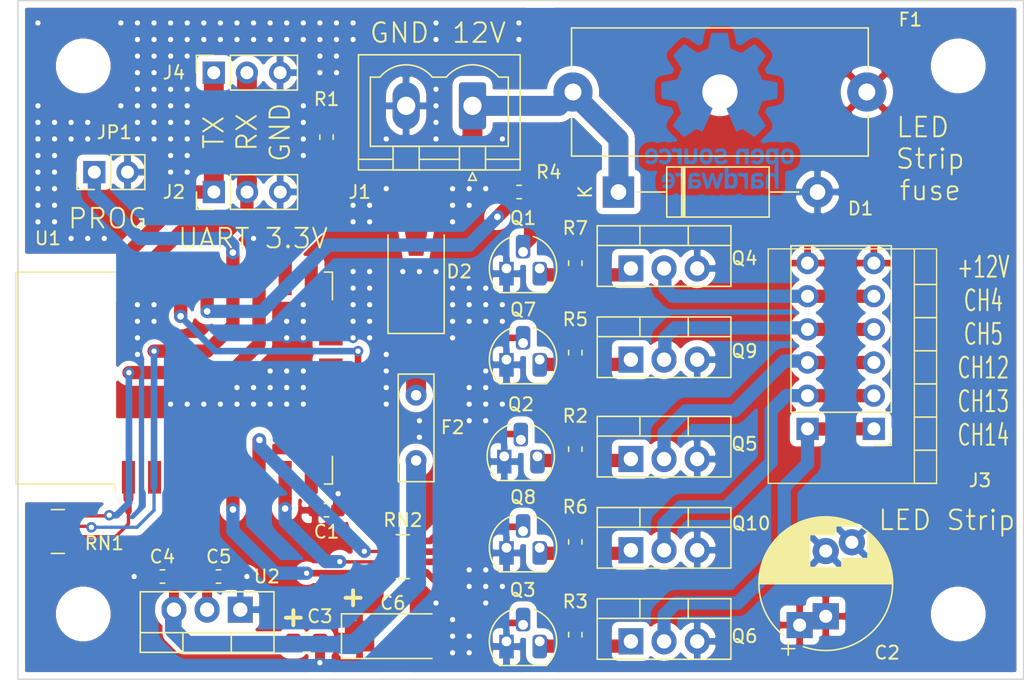
<source format=kicad_pcb>
(kicad_pcb (version 20171130) (host pcbnew 5.1.5)
  (layers (0 F.Cu signal) (31 B.Cu signal) (34 B.Paste user) (35 F.Paste user) (36 B.SilkS user) (37 F.SilkS user) (38 B.Mask user) (39 F.Mask user) (44 Edge.Cuts user))
  (net 0 "")
  (net 1 +3V3)
  (net 2 GND)
  (net 3 +12V)
  (net 4 "Net-(C3-Pad1)")
  (net 5 "Net-(D1-Pad1)")
  (net 6 "Net-(D2-Pad1)")
  (net 7 /UART_RX)
  (net 8 /CH4)
  (net 9 /CH5)
  (net 10 /CH12)
  (net 11 /CH13)
  (net 12 /CH14)
  (net 13 "Net-(JP1-Pad1)")
  (net 14 "Net-(Q1-Pad2)")
  (net 15 "Net-(Q2-Pad2)")
  (net 16 "Net-(Q3-Pad2)")
  (net 17 "Net-(Q7-Pad2)")
  (net 18 "Net-(Q8-Pad2)")
  (net 19 "Net-(R1-Pad1)")
  (net 20 "Net-(RN1-Pad4)")
  (net 21 "Net-(RN1-Pad2)")
  (net 22 "Net-(RN1-Pad1)")
  (net 23 "Net-(RN2-Pad1)")
  (net 24 "Net-(RN2-Pad3)")
  (net 25 "Net-(RN2-Pad2)")
  (net 26 "Net-(RN2-Pad4)")
  (net 27 "Net-(R4-Pad2)")
  (net 28 /UART_TX)
  (net 29 "Net-(Q1-Pad3)")
  (net 30 "Net-(Q2-Pad3)")
  (net 31 "Net-(Q3-Pad3)")
  (net 32 "Net-(Q7-Pad3)")
  (net 33 "Net-(Q10-Pad1)")
  (module Symbol:OSHW-Logo_11.4x12mm_Copper (layer B.Cu) (at 101.727 99.441 180)
    (fp_text reference REF** hide)
    (fp_text value OSHW-Logo_11.4x12mm_Copper hide)
    (fp_poly (pts (xy 0.746535 5.366828) (xy 0.859117 4.769637) (xy 1.274531 4.59839) (xy 1.689944 4.427143) (xy 2.188302 4.766022) (xy 2.327868 4.860378) (xy 2.454028 4.944625) (xy 2.560895 5.014917) (xy 2.642582 5.067408) (xy 2.693201 5.098251) (xy 2.706986 5.104902) (xy 2.73182 5.087797) (xy 2.784888 5.040511) (xy 2.86024 4.969083) (xy 2.951929 4.879555) (xy 3.054007 4.777966) (xy 3.160526 4.670357) (xy 3.265536 4.562768) (xy 3.363091 4.46124) (xy 3.447242 4.371814) (xy 3.51204 4.300529) (xy 3.551538 4.253427) (xy 3.56098 4.237663) (xy 3.547391 4.208602) (xy 3.509293 4.144934) (xy 3.450694 4.052888) (xy 3.375597 3.938691) (xy 3.288009 3.808571) (xy 3.237254 3.734354) (xy 3.144745 3.598833) (xy 3.06254 3.476539) (xy 2.99463 3.37356) (xy 2.945 3.295982) (xy 2.91764 3.249894) (xy 2.913529 3.240208) (xy 2.922849 3.212681) (xy 2.948254 3.148527) (xy 2.985911 3.056765) (xy 3.031986 2.946416) (xy 3.082646 2.8265) (xy 3.134059 2.706036) (xy 3.182389 2.594046) (xy 3.223806 2.499548) (xy 3.254474 2.431563) (xy 3.270562 2.399112) (xy 3.271511 2.397835) (xy 3.296772 2.391638) (xy 3.364046 2.377815) (xy 3.46636 2.357723) (xy 3.596741 2.332721) (xy 3.748216 2.304169) (xy 3.836594 2.287704) (xy 3.998452 2.256886) (xy 4.144649 2.227561) (xy 4.267787 2.201334) (xy 4.360469 2.179809) (xy 4.415301 2.16459) (xy 4.426323 2.159762) (xy 4.437119 2.127081) (xy 4.445829 2.05327) (xy 4.45246 1.946963) (xy 4.457018 1.816788) (xy 4.459509 1.671379) (xy 4.459938 1.519365) (xy 4.458311 1.369378) (xy 4.454635 1.230049) (xy 4.448915 1.11001) (xy 4.441158 1.01789) (xy 4.431368 0.962323) (xy 4.425496 0.950755) (xy 4.390399 0.93689) (xy 4.316028 0.917067) (xy 4.212223 0.893616) (xy 4.088819 0.868864) (xy 4.045741 0.860857) (xy 3.838047 0.822814) (xy 3.673984 0.792176) (xy 3.54813 0.767726) (xy 3.455065 0.748246) (xy 3.389367 0.732519) (xy 3.345617 0.719327) (xy 3.318392 0.707451) (xy 3.302272 0.695675) (xy 3.300017 0.693347) (xy 3.277503 0.655855) (xy 3.243158 0.58289) (xy 3.200411 0.483388) (xy 3.152692 0.366282) (xy 3.10343 0.240507) (xy 3.056055 0.114998) (xy 3.013995 -0.00131) (xy 2.98068 -0.099484) (xy 2.959541 -0.170588) (xy 2.954005 -0.205687) (xy 2.954466 -0.206917) (xy 2.973223 -0.235606) (xy 3.015776 -0.29873) (xy 3.077653 -0.389718) (xy 3.154382 -0.502) (xy 3.241491 -0.629005) (xy 3.266299 -0.665098) (xy 3.354753 -0.795948) (xy 3.432588 -0.915336) (xy 3.495566 -1.016407) (xy 3.539445 -1.092304) (xy 3.559985 -1.136172) (xy 3.56098 -1.141562) (xy 3.543722 -1.169889) (xy 3.496036 -1.226006) (xy 3.42405 -1.303882) (xy 3.333897 -1.397485) (xy 3.231705 -1.500786) (xy 3.123606 -1.607751) (xy 3.015728 -1.712351) (xy 2.914204 -1.808554) (xy 2.825162 -1.890329) (xy 2.754733 -1.951645) (xy 2.709047 -1.986471) (xy 2.696409 -1.992157) (xy 2.666991 -1.978765) (xy 2.606761 -1.942644) (xy 2.52553 -1.889881) (xy 2.46303 -1.847412) (xy 2.349785 -1.769485) (xy 2.215674 -1.677729) (xy 2.081155 -1.58612) (xy 2.008833 -1.537091) (xy 1.764038 -1.371515) (xy 1.558551 -1.48262) (xy 1.464936 -1.531293) (xy 1.38533 -1.569126) (xy 1.331467 -1.590703) (xy 1.317757 -1.593706) (xy 1.30127 -1.571538) (xy 1.268745 -1.508894) (xy 1.222609 -1.411554) (xy 1.16529 -1.285294) (xy 1.099216 -1.135895) (xy 1.026815 -0.969133) (xy 0.950516 -0.790787) (xy 0.872746 -0.606636) (xy 0.795934 -0.422457) (xy 0.722506 -0.24403) (xy 0.654892 -0.077132) (xy 0.59552 0.072458) (xy 0.546816 0.198962) (xy 0.51121 0.296601) (xy 0.49113 0.359598) (xy 0.4879 0.381234) (xy 0.513496 0.408831) (xy 0.569539 0.45363) (xy 0.644311 0.506321) (xy 0.650587 0.51049) (xy 0.843845 0.665186) (xy 0.999674 0.845664) (xy 1.116724 1.046153) (xy 1.193645 1.260881) (xy 1.229086 1.484078) (xy 1.221697 1.709974) (xy 1.170127 1.932796) (xy 1.073026 2.146776) (xy 1.044458 2.193591) (xy 0.895868 2.382637) (xy 0.720327 2.534443) (xy 0.52391 2.648221) (xy 0.312693 2.72318) (xy 0.092753 2.758533) (xy -0.129837 2.753488) (xy -0.348999 2.707256) (xy -0.558658 2.619049) (xy -0.752739 2.488076) (xy -0.812774 2.434918) (xy -0.965565 2.268516) (xy -1.076903 2.093343) (xy -1.153277 1.896989) (xy -1.195813 1.702538) (xy -1.206314 1.483913) (xy -1.171299 1.264203) (xy -1.094327 1.050835) (xy -0.978953 0.851233) (xy -0.828734 0.672826) (xy -0.647227 0.523038) (xy -0.623373 0.507249) (xy -0.547799 0.455543) (xy -0.490349 0.410743) (xy -0.462883 0.382138) (xy -0.462483 0.381234) (xy -0.46838 0.350291) (xy -0.491755 0.280064) (xy -0.530179 0.17633) (xy -0.581223 0.044865) (xy -0.642458 -0.108552) (xy -0.711456 -0.278146) (xy -0.785786 -0.458138) (xy -0.863022 -0.642753) (xy -0.940732 -0.826213) (xy -1.016489 -1.002741) (xy -1.087863 -1.166559) (xy -1.152426 -1.311892) (xy -1.207748 -1.432962) (xy -1.2514 -1.523992) (xy -1.280954 -1.579205) (xy -1.292856 -1.593706) (xy -1.329223 -1.582414) (xy -1.39727 -1.55213) (xy -1.485263 -1.508265) (xy -1.533649 -1.48262) (xy -1.739137 -1.371515) (xy -1.983932 -1.537091) (xy -2.108894 -1.621915) (xy -2.245705 -1.715261) (xy -2.373911 -1.803153) (xy -2.438129 -1.847412) (xy -2.528449 -1.908063) (xy -2.604929 -1.956126) (xy -2.657593 -1.985515) (xy -2.674698 -1.991727) (xy -2.699595 -1.974968) (xy -2.754695 -1.928181) (xy -2.834657 -1.856225) (xy -2.934139 -1.763957) (xy -3.0478 -1.656235) (xy -3.119685 -1.587071) (xy -3.245449 -1.463502) (xy -3.354137 -1.352979) (xy -3.441355 -1.26023) (xy -3.502711 -1.189982) (xy -3.533809 -1.146965) (xy -3.536792 -1.138235) (xy -3.522947 -1.105029) (xy -3.484688 -1.037887) (xy -3.426258 -0.943608) (xy -3.351903 -0.82899) (xy -3.265865 -0.700828) (xy -3.241397 -0.665098) (xy -3.152245 -0.535234) (xy -3.072262 -0.418314) (xy -3.00592 -0.320907) (xy -2.957689 -0.249584) (xy -2.932043 -0.210915) (xy -2.929565 -0.206917) (xy -2.933271 -0.1761) (xy -2.952939 -0.108344) (xy -2.98514 -0.012584) (xy -3.026445 0.102246) (xy -3.073425 0.227211) (xy -3.122651 0.353376) (xy -3.170692 0.471807) (xy -3.214119 0.57357) (xy -3.249504 0.649729) (xy -3.273416 0.691351) (xy -3.275116 0.693347) (xy -3.289738 0.705242) (xy -3.314435 0.717005) (xy -3.354628 0.729854) (xy -3.415737 0.745006) (xy -3.503183 0.763679) (xy -3.622388 0.78709) (xy -3.778773 0.816458) (xy -3.977757 0.853) (xy -4.02084 0.860857) (xy -4.148529 0.885528) (xy -4.259847 0.909662) (xy -4.344955 0.930931) (xy -4.394017 0.947007) (xy -4.400595 0.950755) (xy -4.411436 0.983982) (xy -4.420247 1.058234) (xy -4.427024 1.164879) (xy -4.43176 1.295288) (xy -4.43445 1.440828) (xy -4.435087 1.592869) (xy -4.433666 1.742779) (xy -4.43018 1.881927) (xy -4.424624 2.001683) (xy -4.416992 2.093414) (xy -4.407278 2.148489) (xy -4.401422 2.159762) (xy -4.36882 2.171132) (xy -4.294582 2.189631) (xy -4.186104 2.213653) (xy -4.050783 2.241593) (xy -3.896015 2.271847) (xy -3.811692 2.287704) (xy -3.651704 2.317611) (xy -3.509033 2.344705) (xy -3.390652 2.367624) (xy -3.303535 2.385012) (xy -3.254655 2.395508) (xy -3.24661 2.397835) (xy -3.233013 2.424069) (xy -3.204271 2.48726) (xy -3.164215 2.578378) (xy -3.116676 2.688398) (xy -3.065485 2.80829) (xy -3.014474 2.929028) (xy -2.967474 3.041584) (xy -2.928316 3.136929) (xy -2.900831 3.206038) (xy -2.888851 3.239881) (xy -2.888628 3.24136) (xy -2.902209 3.268058) (xy -2.940285 3.329495) (xy -2.998853 3.419566) (xy -3.073912 3.532165) (xy -3.16146 3.661185) (xy -3.212353 3.735294) (xy -3.305091 3.871178) (xy -3.387459 3.994546) (xy -3.455439 4.099158) (xy -3.505012 4.178772) (xy -3.532158 4.227148) (xy -3.536079 4.237993) (xy -3.519225 4.263235) (xy -3.472632 4.317131) (xy -3.402251 4.393642) (xy -3.314035 4.486732) (xy -3.213935 4.59036) (xy -3.107902 4.698491) (xy -3.001889 4.805085) (xy -2.901848 4.904105) (xy -2.81373 4.989513) (xy -2.743487 5.05527) (xy -2.697072 5.095339) (xy -2.681544 5.104902) (xy -2.656261 5.091455) (xy -2.595789 5.05368) (xy -2.506008 4.99542) (xy -2.392797 4.920521) (xy -2.262036 4.83283) (xy -2.1634 4.766022) (xy -1.665043 4.427143) (xy -1.249629 4.59839) (xy -0.834216 4.769637) (xy -0.721634 5.366828) (xy -0.609051 5.96402) (xy 0.633952 5.96402) (xy 0.746535 5.366828)) (layer B.Cu) (width 0.01))
    (fp_poly (pts (xy 3.563637 -2.887472) (xy 3.64929 -2.913641) (xy 3.704437 -2.946707) (xy 3.722401 -2.972855) (xy 3.717457 -3.003852) (xy 3.685372 -3.052547) (xy 3.658243 -3.087035) (xy 3.602317 -3.149383) (xy 3.560299 -3.175615) (xy 3.52448 -3.173903) (xy 3.418224 -3.146863) (xy 3.340189 -3.148091) (xy 3.27682 -3.178735) (xy 3.255546 -3.19667) (xy 3.187451 -3.259779) (xy 3.187451 -4.083922) (xy 2.913529 -4.083922) (xy 2.913529 -2.888628) (xy 3.05049 -2.888628) (xy 3.132719 -2.891879) (xy 3.175144 -2.903426) (xy 3.187445 -2.925952) (xy 3.187451 -2.92662) (xy 3.19326 -2.950215) (xy 3.219531 -2.947138) (xy 3.255931 -2.930115) (xy 3.331111 -2.898439) (xy 3.392158 -2.879381) (xy 3.470708 -2.874496) (xy 3.563637 -2.887472)) (layer B.Cu) (width 0.01))
    (fp_poly (pts (xy -1.49324 -2.909199) (xy -1.431264 -2.938802) (xy -1.371241 -2.981561) (xy -1.325514 -3.030775) (xy -1.292207 -3.093544) (xy -1.269445 -3.176971) (xy -1.255353 -3.288159) (xy -1.248058 -3.434209) (xy -1.245682 -3.622223) (xy -1.245645 -3.641912) (xy -1.245098 -4.083922) (xy -1.51902 -4.083922) (xy -1.51902 -3.676435) (xy -1.519215 -3.525471) (xy -1.520564 -3.416056) (xy -1.524212 -3.339933) (xy -1.531304 -3.288848) (xy -1.542987 -3.254545) (xy -1.560406 -3.228768) (xy -1.584671 -3.203298) (xy -1.669565 -3.148571) (xy -1.762239 -3.138416) (xy -1.850527 -3.173017) (xy -1.88123 -3.19877) (xy -1.903771 -3.222982) (xy -1.919954 -3.248912) (xy -1.930832 -3.284708) (xy -1.937458 -3.338519) (xy -1.940885 -3.418493) (xy -1.942166 -3.532779) (xy -1.942353 -3.671907) (xy -1.942353 -4.083922) (xy -2.216275 -4.083922) (xy -2.216275 -2.888628) (xy -2.079314 -2.888628) (xy -1.997084 -2.891879) (xy -1.95466 -2.903426) (xy -1.942359 -2.925952) (xy -1.942353 -2.92662) (xy -1.936646 -2.948681) (xy -1.911473 -2.946177) (xy -1.861422 -2.921937) (xy -1.747906 -2.886271) (xy -1.618055 -2.882305) (xy -1.49324 -2.909199)) (layer B.Cu) (width 0.01))
    (fp_poly (pts (xy 5.303287 -2.884355) (xy 5.367051 -2.899845) (xy 5.4893 -2.956569) (xy 5.593834 -3.043202) (xy 5.66618 -3.147074) (xy 5.676119 -3.170396) (xy 5.689754 -3.231484) (xy 5.699298 -3.321853) (xy 5.702549 -3.41319) (xy 5.702549 -3.585882) (xy 5.34147 -3.585882) (xy 5.192546 -3.586445) (xy 5.087632 -3.589864) (xy 5.020937 -3.598731) (xy 4.986666 -3.615641) (xy 4.979028 -3.643189) (xy 4.992229 -3.683968) (xy 5.015877 -3.731683) (xy 5.081843 -3.811314) (xy 5.173512 -3.850987) (xy 5.285555 -3.849695) (xy 5.412472 -3.806514) (xy 5.522158 -3.753224) (xy 5.613173 -3.825191) (xy 5.704188 -3.897157) (xy 5.618563 -3.976269) (xy 5.50425 -4.051017) (xy 5.363666 -4.096084) (xy 5.212449 -4.108696) (xy 5.066236 -4.086079) (xy 5.042647 -4.078405) (xy 4.914141 -4.011296) (xy 4.818551 -3.911247) (xy 4.753861 -3.775271) (xy 4.718057 -3.60038) (xy 4.71764 -3.596632) (xy 4.714434 -3.406032) (xy 4.727393 -3.338035) (xy 4.980392 -3.338035) (xy 5.003627 -3.348491) (xy 5.06671 -3.3565) (xy 5.159706 -3.361073) (xy 5.218638 -3.361765) (xy 5.328537 -3.361332) (xy 5.397252 -3.358578) (xy 5.433405 -3.351321) (xy 5.445615 -3.337376) (xy 5.442504 -3.314562) (xy 5.439894 -3.305735) (xy 5.395344 -3.2228) (xy 5.325279 -3.15596) (xy 5.263446 -3.126589) (xy 5.181301 -3.128362) (xy 5.098062 -3.16499) (xy 5.028238 -3.225634) (xy 4.986337 -3.299456) (xy 4.980392 -3.338035) (xy 4.727393 -3.338035) (xy 4.746385 -3.238395) (xy 4.809773 -3.097711) (xy 4.900878 -2.987974) (xy 5.015978 -2.913174) (xy 5.151355 -2.877304) (xy 5.303287 -2.884355)) (layer B.Cu) (width 0.01))
    (fp_poly (pts (xy 4.390976 -2.899056) (xy 4.535256 -2.960348) (xy 4.580699 -2.990185) (xy 4.638779 -3.036036) (xy 4.675238 -3.072089) (xy 4.681568 -3.083832) (xy 4.663693 -3.109889) (xy 4.61795 -3.154105) (xy 4.581328 -3.184965) (xy 4.481088 -3.26552) (xy 4.401935 -3.198918) (xy 4.340769 -3.155921) (xy 4.281129 -3.141079) (xy 4.212872 -3.144704) (xy 4.104482 -3.171652) (xy 4.029872 -3.227587) (xy 3.98453 -3.318014) (xy 3.963947 -3.448435) (xy 3.963942 -3.448517) (xy 3.965722 -3.59429) (xy 3.993387 -3.701245) (xy 4.048571 -3.774064) (xy 4.086192 -3.798723) (xy 4.186105 -3.829431) (xy 4.292822 -3.829449) (xy 4.385669 -3.799655) (xy 4.407647 -3.785098) (xy 4.462765 -3.747914) (xy 4.505859 -3.74182) (xy 4.552335 -3.769496) (xy 4.603716 -3.819205) (xy 4.685046 -3.903116) (xy 4.594749 -3.977546) (xy 4.455236 -4.061549) (xy 4.297912 -4.102947) (xy 4.133503 -4.09995) (xy 4.025531 -4.0725) (xy 3.899331 -4.00462) (xy 3.798401 -3.897831) (xy 3.752548 -3.822451) (xy 3.71541 -3.714297) (xy 3.696827 -3.577318) (xy 3.696684 -3.428864) (xy 3.714865 -3.286281) (xy 3.751255 -3.166918) (xy 3.756987 -3.15468) (xy 3.841865 -3.034655) (xy 3.956782 -2.947267) (xy 4.092659 -2.894329) (xy 4.240417 -2.877654) (xy 4.390976 -2.899056)) (layer B.Cu) (width 0.01))
    (fp_poly (pts (xy 1.967254 -3.276245) (xy 1.969608 -3.458879) (xy 1.978207 -3.5976) (xy 1.99536 -3.698147) (xy 2.023374 -3.766254) (xy 2.064557 -3.807659) (xy 2.121217 -3.828097) (xy 2.191372 -3.833318) (xy 2.264848 -3.827468) (xy 2.320657 -3.806093) (xy 2.361109 -3.763458) (xy 2.388509 -3.693825) (xy 2.405167 -3.59146) (xy 2.413389 -3.450624) (xy 2.41549 -3.276245) (xy 2.41549 -2.888628) (xy 2.689411 -2.888628) (xy 2.689411 -4.083922) (xy 2.552451 -4.083922) (xy 2.469884 -4.080576) (xy 2.427368 -4.068826) (xy 2.41549 -4.04652) (xy 2.408336 -4.026654) (xy 2.379865 -4.030857) (xy 2.322476 -4.058971) (xy 2.190945 -4.102342) (xy 2.051438 -4.09927) (xy 1.917765 -4.052174) (xy 1.854108 -4.014971) (xy 1.805553 -3.974691) (xy 1.770081 -3.924291) (xy 1.745674 -3.856729) (xy 1.730313 -3.764965) (xy 1.721982 -3.641955) (xy 1.718662 -3.480659) (xy 1.718235 -3.355928) (xy 1.718235 -2.888628) (xy 1.967254 -2.888628) (xy 1.967254 -3.276245)) (layer B.Cu) (width 0.01))
    (fp_poly (pts (xy 1.209547 -2.903364) (xy 1.335502 -2.971959) (xy 1.434047 -3.080245) (xy 1.480478 -3.168315) (xy 1.500412 -3.246101) (xy 1.513328 -3.356993) (xy 1.518863 -3.484738) (xy 1.516654 -3.613084) (xy 1.506337 -3.725779) (xy 1.494286 -3.785969) (xy 1.453634 -3.868311) (xy 1.38323 -3.95577) (xy 1.298382 -4.032251) (xy 1.214397 -4.081655) (xy 1.212349 -4.082439) (xy 1.108134 -4.104027) (xy 0.984627 -4.104562) (xy 0.867261 -4.084908) (xy 0.821942 -4.069155) (xy 0.70522 -4.002966) (xy 0.621624 -3.916246) (xy 0.566701 -3.801438) (xy 0.535995 -3.650982) (xy 0.529047 -3.572173) (xy 0.529933 -3.473145) (xy 0.796862 -3.473145) (xy 0.805854 -3.617645) (xy 0.831736 -3.72776) (xy 0.872868 -3.798116) (xy 0.902172 -3.818235) (xy 0.977251 -3.832265) (xy 1.066494 -3.828111) (xy 1.14365 -3.807922) (xy 1.163883 -3.796815) (xy 1.217265 -3.732123) (xy 1.2525 -3.633119) (xy 1.267498 -3.512632) (xy 1.260172 -3.383494) (xy 1.243799 -3.305775) (xy 1.19679 -3.215771) (xy 1.122582 -3.159509) (xy 1.033209 -3.140057) (xy 0.940707 -3.160481) (xy 0.869653 -3.210437) (xy 0.832312 -3.251655) (xy 0.810518 -3.292281) (xy 0.80013 -3.347264) (xy 0.797006 -3.431549) (xy 0.796862 -3.473145) (xy 0.529933 -3.473145) (xy 0.53093 -3.361874) (xy 0.56518 -3.189423) (xy 0.631802 -3.054814) (xy 0.730799 -2.95804) (xy 0.862175 -2.899094) (xy 0.890385 -2.892259) (xy 1.059926 -2.876213) (xy 1.209547 -2.903364)) (layer B.Cu) (width 0.01))
    (fp_poly (pts (xy 0.027759 -2.884345) (xy 0.122059 -2.902229) (xy 0.21989 -2.939633) (xy 0.230343 -2.944402) (xy 0.304531 -2.983412) (xy 0.35591 -3.019664) (xy 0.372517 -3.042887) (xy 0.356702 -3.080761) (xy 0.318288 -3.136644) (xy 0.301237 -3.157505) (xy 0.230969 -3.239618) (xy 0.140379 -3.186168) (xy 0.054164 -3.150561) (xy -0.045451 -3.131529) (xy -0.140981 -3.130326) (xy -0.214939 -3.14821) (xy -0.232688 -3.159373) (xy -0.266488 -3.210553) (xy -0.270596 -3.269509) (xy -0.245304 -3.315567) (xy -0.230344 -3.324499) (xy -0.185514 -3.335592) (xy -0.106714 -3.34863) (xy -0.009574 -3.361088) (xy 0.008346 -3.363042) (xy 0.164365 -3.39003) (xy 0.277523 -3.435873) (xy 0.352569 -3.504803) (xy 0.394253 -3.601054) (xy 0.407238 -3.718617) (xy 0.389299 -3.852254) (xy 0.33105 -3.957195) (xy 0.232255 -4.03363) (xy 0.092682 -4.081748) (xy -0.062255 -4.100732) (xy -0.188602 -4.100504) (xy -0.291087 -4.083262) (xy -0.361079 -4.059457) (xy -0.449517 -4.017978) (xy -0.531246 -3.969842) (xy -0.560295 -3.948655) (xy -0.635 -3.887676) (xy -0.544902 -3.796508) (xy -0.454804 -3.705339) (xy -0.352368 -3.773128) (xy -0.249626 -3.824042) (xy -0.139913 -3.850673) (xy -0.034449 -3.853483) (xy 0.055546 -3.832935) (xy 0.118854 -3.789493) (xy 0.139296 -3.752838) (xy 0.136229 -3.694053) (xy 0.085434 -3.649099) (xy -0.012952 -3.618057) (xy -0.120744 -3.60371) (xy -0.286635 -3.576337) (xy -0.409876 -3.524693) (xy -0.492114 -3.447266) (xy -0.534999 -3.342544) (xy -0.54094 -3.218387) (xy -0.511594 -3.088702) (xy -0.444691 -2.990677) (xy -0.339629 -2.923866) (xy -0.19581 -2.88782) (xy -0.089262 -2.880754) (xy 0.027759 -2.884345)) (layer B.Cu) (width 0.01))
    (fp_poly (pts (xy -2.686796 -2.916354) (xy -2.661981 -2.928037) (xy -2.576094 -2.990951) (xy -2.494879 -3.082769) (xy -2.434236 -3.183868) (xy -2.416988 -3.230349) (xy -2.401251 -3.313376) (xy -2.391867 -3.413713) (xy -2.390728 -3.455147) (xy -2.390589 -3.585882) (xy -3.143047 -3.585882) (xy -3.127007 -3.654363) (xy -3.087637 -3.735355) (xy -3.018806 -3.805351) (xy -2.936919 -3.850441) (xy -2.884737 -3.859804) (xy -2.813971 -3.848441) (xy -2.72954 -3.819943) (xy -2.700858 -3.806831) (xy -2.594791 -3.753858) (xy -2.504272 -3.822901) (xy -2.452039 -3.869597) (xy -2.424247 -3.90814) (xy -2.42284 -3.919452) (xy -2.447668 -3.946868) (xy -2.502083 -3.988532) (xy -2.551472 -4.021037) (xy -2.684748 -4.079468) (xy -2.834161 -4.105915) (xy -2.982249 -4.099039) (xy -3.100295 -4.063096) (xy -3.221982 -3.986101) (xy -3.30846 -3.884728) (xy -3.362559 -3.75357) (xy -3.387109 -3.587224) (xy -3.389286 -3.511108) (xy -3.380573 -3.336685) (xy -3.379503 -3.331611) (xy -3.130173 -3.331611) (xy -3.123306 -3.347968) (xy -3.095083 -3.356988) (xy -3.036873 -3.360854) (xy -2.940042 -3.361749) (xy -2.902757 -3.361765) (xy -2.789317 -3.360413) (xy -2.717378 -3.355505) (xy -2.678687 -3.34576) (xy -2.664995 -3.329899) (xy -2.66451 -3.324805) (xy -2.680137 -3.284326) (xy -2.719247 -3.227621) (xy -2.736061 -3.207766) (xy -2.798481 -3.151611) (xy -2.863547 -3.129532) (xy -2.898603 -3.127686) (xy -2.993442 -3.150766) (xy -3.072973 -3.212759) (xy -3.123423 -3.302802) (xy -3.124317 -3.305735) (xy -3.130173 -3.331611) (xy -3.379503 -3.331611) (xy -3.351601 -3.199343) (xy -3.29941 -3.089461) (xy -3.235579 -3.011461) (xy -3.117567 -2.926882) (xy -2.978842 -2.881686) (xy -2.83129 -2.8776) (xy -2.686796 -2.916354)) (layer B.Cu) (width 0.01))
    (fp_poly (pts (xy -5.026753 -2.901568) (xy -4.896478 -2.959163) (xy -4.797581 -3.055334) (xy -4.729918 -3.190229) (xy -4.693345 -3.363996) (xy -4.690724 -3.391126) (xy -4.68867 -3.582408) (xy -4.715301 -3.750073) (xy -4.768999 -3.885967) (xy -4.797753 -3.929681) (xy -4.897909 -4.022198) (xy -5.025463 -4.082119) (xy -5.168163 -4.106985) (xy -5.31376 -4.094339) (xy -5.424438 -4.055391) (xy -5.519616 -3.989755) (xy -5.597406 -3.903699) (xy -5.598751 -3.901685) (xy -5.630343 -3.84857) (xy -5.650873 -3.79516) (xy -5.663305 -3.727754) (xy -5.670603 -3.632653) (xy -5.673818 -3.554666) (xy -5.675156 -3.483944) (xy -5.426186 -3.483944) (xy -5.423753 -3.554348) (xy -5.41492 -3.648068) (xy -5.399336 -3.708214) (xy -5.371234 -3.751006) (xy -5.344914 -3.776002) (xy -5.251608 -3.828338) (xy -5.15398 -3.835333) (xy -5.063058 -3.797676) (xy -5.017598 -3.755479) (xy -4.984838 -3.712956) (xy -4.965677 -3.672267) (xy -4.957267 -3.619314) (xy -4.956763 -3.539997) (xy -4.959355 -3.46695) (xy -4.964929 -3.362601) (xy -4.973766 -3.29492) (xy -4.989693 -3.250774) (xy -5.016538 -3.217031) (xy -5.037811 -3.197746) (xy -5.126794 -3.147086) (xy -5.222789 -3.14456) (xy -5.303281 -3.174567) (xy -5.371947 -3.237231) (xy -5.412856 -3.340168) (xy -5.426186 -3.483944) (xy -5.675156 -3.483944) (xy -5.676754 -3.399582) (xy -5.67174 -3.2836) (xy -5.656717 -3.196367) (xy -5.629624 -3.12753) (xy -5.5884 -3.066737) (xy -5.573115 -3.048686) (xy -5.477546 -2.958746) (xy -5.375039 -2.906211) (xy -5.249679 -2.884201) (xy -5.18855 -2.882402) (xy -5.026753 -2.901568)) (layer B.Cu) (width 0.01))
    (fp_poly (pts (xy 4.025307 -4.762784) (xy 4.144337 -4.793731) (xy 4.244021 -4.8576) (xy 4.292288 -4.905313) (xy 4.371408 -5.018106) (xy 4.416752 -5.14895) (xy 4.43233 -5.309792) (xy 4.43241 -5.322794) (xy 4.432549 -5.45353) (xy 3.680091 -5.45353) (xy 3.69613 -5.52201) (xy 3.725091 -5.584031) (xy 3.775778 -5.648654) (xy 3.786379 -5.658971) (xy 3.877494 -5.714805) (xy 3.9814 -5.724275) (xy 4.101 -5.68754) (xy 4.121274 -5.677647) (xy 4.183456 -5.647574) (xy 4.225106 -5.63044) (xy 4.232373 -5.628855) (xy 4.25774 -5.644242) (xy 4.30612 -5.681887) (xy 4.330679 -5.702459) (xy 4.38157 -5.749714) (xy 4.398281 -5.780917) (xy 4.386683 -5.80962) (xy 4.380483 -5.817468) (xy 4.338493 -5.851819) (xy 4.269206 -5.893565) (xy 4.220882 -5.917935) (xy 4.083711 -5.960873) (xy 3.931847 -5.974786) (xy 3.788024 -5.9583) (xy 3.747745 -5.946496) (xy 3.623078 -5.879689) (xy 3.530671 -5.776892) (xy 3.46999 -5.637105) (xy 3.440498 -5.45933) (xy 3.43726 -5.366373) (xy 3.446714 -5.231033) (xy 3.68549 -5.231033) (xy 3.708584 -5.241038) (xy 3.770662 -5.248888) (xy 3.860914 -5.253521) (xy 3.922058 -5.254314) (xy 4.03204 -5.253549) (xy 4.101457 -5.24997) (xy 4.139538 -5.241649) (xy 4.155515 -5.226657) (xy 4.158627 -5.204903) (xy 4.137278 -5.137892) (xy 4.083529 -5.071664) (xy 4.012822 -5.020832) (xy 3.942089 -5.000038) (xy 3.846016 -5.018484) (xy 3.762849 -5.071811) (xy 3.705186 -5.148677) (xy 3.68549 -5.231033) (xy 3.446714 -5.231033) (xy 3.451028 -5.169291) (xy 3.49352 -5.012271) (xy 3.565635 -4.894069) (xy 3.668273 -4.81344) (xy 3.802332 -4.769139) (xy 3.874957 -4.760607) (xy 4.025307 -4.762784)) (layer B.Cu) (width 0.01))
    (fp_poly (pts (xy 3.238446 -4.755883) (xy 3.334177 -4.774755) (xy 3.388677 -4.802699) (xy 3.446008 -4.849123) (xy 3.364441 -4.952111) (xy 3.31415 -5.014479) (xy 3.280001 -5.044907) (xy 3.246063 -5.049555) (xy 3.196406 -5.034586) (xy 3.173096 -5.026117) (xy 3.078063 -5.013622) (xy 2.991032 -5.040406) (xy 2.927138 -5.100915) (xy 2.916759 -5.120208) (xy 2.905456 -5.171314) (xy 2.896732 -5.2655) (xy 2.890997 -5.396089) (xy 2.88866 -5.556405) (xy 2.888627 -5.579211) (xy 2.888627 -5.976471) (xy 2.614705 -5.976471) (xy 2.614705 -4.756275) (xy 2.751666 -4.756275) (xy 2.830638 -4.758337) (xy 2.871779 -4.767513) (xy 2.886992 -4.78829) (xy 2.888627 -4.807886) (xy 2.888627 -4.859497) (xy 2.95424 -4.807886) (xy 3.029475 -4.772675) (xy 3.130544 -4.755265) (xy 3.238446 -4.755883)) (layer B.Cu) (width 0.01))
    (fp_poly (pts (xy 2.056459 -4.763669) (xy 2.16142 -4.789163) (xy 2.191761 -4.802669) (xy 2.250573 -4.838046) (xy 2.295709 -4.87789) (xy 2.329106 -4.92912) (xy 2.352701 -4.998654) (xy 2.368433 -5.093409) (xy 2.378239 -5.220305) (xy 2.384057 -5.386258) (xy 2.386266 -5.497108) (xy 2.394396 -5.976471) (xy 2.255531 -5.976471) (xy 2.171287 -5.972938) (xy 2.127884 -5.960866) (xy 2.116666 -5.940594) (xy 2.110744 -5.918674) (xy 2.084266 -5.922865) (xy 2.048186 -5.940441) (xy 1.957862 -5.967382) (xy 1.841777 -5.974642) (xy 1.71968 -5.962767) (xy 1.611321 -5.932305) (xy 1.601602 -5.928077) (xy 1.502568 -5.858505) (xy 1.437281 -5.761789) (xy 1.40724 -5.648738) (xy 1.409535 -5.608122) (xy 1.654633 -5.608122) (xy 1.676229 -5.662782) (xy 1.740259 -5.701952) (xy 1.843565 -5.722974) (xy 1.898774 -5.725766) (xy 1.990782 -5.71862) (xy 2.051941 -5.690848) (xy 2.066862 -5.677647) (xy 2.107287 -5.605829) (xy 2.116666 -5.540686) (xy 2.116666 -5.45353) (xy 1.995269 -5.45353) (xy 1.854153 -5.460722) (xy 1.755173 -5.483345) (xy 1.692633 -5.522964) (xy 1.678631 -5.540628) (xy 1.654633 -5.608122) (xy 1.409535 -5.608122) (xy 1.413941 -5.530157) (xy 1.45888 -5.416855) (xy 1.520196 -5.340285) (xy 1.557332 -5.307181) (xy 1.593687 -5.285425) (xy 1.64099 -5.272161) (xy 1.710973 -5.264528) (xy 1.815364 -5.25967) (xy 1.85677 -5.258273) (xy 2.116666 -5.24978) (xy 2.116285 -5.171116) (xy 2.106219 -5.088428) (xy 2.069829 -5.038431) (xy 1.996311 -5.006489) (xy 1.994339 -5.00592) (xy 1.890105 -4.993361) (xy 1.788108 -5.009766) (xy 1.712305 -5.049657) (xy 1.68189 -5.069354) (xy 1.649132 -5.066629) (xy 1.598721 -5.038091) (xy 1.569119 -5.01795) (xy 1.511218 -4.974919) (xy 1.475352 -4.942662) (xy 1.469597 -4.933427) (xy 1.493295 -4.885636) (xy 1.563313 -4.828562) (xy 1.593725 -4.809305) (xy 1.681155 -4.77614) (xy 1.798983 -4.75735) (xy 1.929866 -4.753129) (xy 2.056459 -4.763669)) (layer B.Cu) (width 0.01))
    (fp_poly (pts (xy 0.557528 -4.761332) (xy 0.656014 -4.768726) (xy 0.784776 -5.154706) (xy 0.913537 -5.540686) (xy 0.953911 -5.403726) (xy 0.978207 -5.319083) (xy 1.010167 -5.204697) (xy 1.044679 -5.078963) (xy 1.062928 -5.01152) (xy 1.131571 -4.756275) (xy 1.414773 -4.756275) (xy 1.330122 -5.023971) (xy 1.288435 -5.155638) (xy 1.238074 -5.314458) (xy 1.185481 -5.480128) (xy 1.13853 -5.627843) (xy 1.031589 -5.96402) (xy 0.800661 -5.979044) (xy 0.73805 -5.772316) (xy 0.699438 -5.643896) (xy 0.6573 -5.502322) (xy 0.620472 -5.377285) (xy 0.619018 -5.372309) (xy 0.591511 -5.287586) (xy 0.567242 -5.229778) (xy 0.550243 -5.207918) (xy 0.54675 -5.210446) (xy 0.53449 -5.244336) (xy 0.511195 -5.31693) (xy 0.4797 -5.419101) (xy 0.442842 -5.54172) (xy 0.422899 -5.609167) (xy 0.314895 -5.976471) (xy 0.085679 -5.976471) (xy -0.097561 -5.3975) (xy -0.149037 -5.235091) (xy -0.19593 -5.087602) (xy -0.236023 -4.96196) (xy -0.267103 -4.865095) (xy -0.286955 -4.803934) (xy -0.292989 -4.786065) (xy -0.288212 -4.767768) (xy -0.250703 -4.759755) (xy -0.172645 -4.760557) (xy -0.160426 -4.761163) (xy -0.015674 -4.768726) (xy 0.07913 -5.117353) (xy 0.113977 -5.244497) (xy 0.145117 -5.356265) (xy 0.169809 -5.442953) (xy 0.185312 -5.494856) (xy 0.188176 -5.503318) (xy 0.200046 -5.493587) (xy 0.223983 -5.443172) (xy 0.257239 -5.358935) (xy 0.297064 -5.247741) (xy 0.33073 -5.147297) (xy 0.459041 -4.753939) (xy 0.557528 -4.761332)) (layer B.Cu) (width 0.01))
    (fp_poly (pts (xy -0.398432 -5.976471) (xy -0.535393 -5.976471) (xy -0.614889 -5.97414) (xy -0.656292 -5.964488) (xy -0.671199 -5.943525) (xy -0.672353 -5.929351) (xy -0.674867 -5.900927) (xy -0.69072 -5.895475) (xy -0.732379 -5.912998) (xy -0.764776 -5.929351) (xy -0.889151 -5.968103) (xy -1.024354 -5.970346) (xy -1.134274 -5.941444) (xy -1.236634 -5.871619) (xy -1.31466 -5.768555) (xy -1.357386 -5.646989) (xy -1.358474 -5.640192) (xy -1.364822 -5.566032) (xy -1.367979 -5.45957) (xy -1.367725 -5.379052) (xy -1.095711 -5.379052) (xy -1.08941 -5.48607) (xy -1.075075 -5.574278) (xy -1.055669 -5.62409) (xy -0.982254 -5.692162) (xy -0.895086 -5.716564) (xy -0.805196 -5.696831) (xy -0.728383 -5.637968) (xy -0.699292 -5.598379) (xy -0.682283 -5.551138) (xy -0.674316 -5.482181) (xy -0.672353 -5.378607) (xy -0.675866 -5.276039) (xy -0.685143 -5.185921) (xy -0.698294 -5.125613) (xy -0.700486 -5.120208) (xy -0.753522 -5.05594) (xy -0.830933 -5.020656) (xy -0.917546 -5.014959) (xy -0.998193 -5.039453) (xy -1.057703 -5.094742) (xy -1.063876 -5.105743) (xy -1.083199 -5.172827) (xy -1.093726 -5.269284) (xy -1.095711 -5.379052) (xy -1.367725 -5.379052) (xy -1.367596 -5.338225) (xy -1.365806 -5.272918) (xy -1.353627 -5.111355) (xy -1.328315 -4.990053) (xy -1.286207 -4.900379) (xy -1.223641 -4.833699) (xy -1.1629 -4.794557) (xy -1.078036 -4.76704) (xy -0.972485 -4.757603) (xy -0.864402 -4.76529) (xy -0.771942 -4.789146) (xy -0.72309 -4.817685) (xy -0.672353 -4.863601) (xy -0.672353 -4.283137) (xy -0.398432 -4.283137) (xy -0.398432 -5.976471)) (layer B.Cu) (width 0.01))
    (fp_poly (pts (xy -1.967236 -4.758921) (xy -1.92997 -4.770091) (xy -1.917957 -4.794633) (xy -1.917451 -4.805712) (xy -1.915296 -4.836572) (xy -1.900449 -4.841417) (xy -1.860343 -4.82026) (xy -1.83652 -4.805806) (xy -1.761362 -4.77485) (xy -1.671594 -4.759544) (xy -1.577471 -4.758367) (xy -1.489246 -4.769799) (xy -1.417174 -4.79232) (xy -1.371508 -4.824409) (xy -1.362502 -4.864545) (xy -1.367047 -4.875415) (xy -1.400179 -4.920534) (xy -1.451555 -4.976026) (xy -1.460848 -4.984996) (xy -1.509818 -5.026245) (xy -1.552069 -5.039572) (xy -1.611159 -5.030271) (xy -1.634831 -5.02409) (xy -1.708496 -5.009246) (xy -1.76029 -5.015921) (xy -1.804031 -5.039465) (xy -1.844098 -5.071061) (xy -1.873608 -5.110798) (xy -1.894116 -5.166252) (xy -1.907176 -5.245003) (xy -1.914344 -5.354629) (xy -1.917176 -5.502706) (xy -1.917451 -5.592111) (xy -1.917451 -5.976471) (xy -2.166471 -5.976471) (xy -2.166471 -4.756275) (xy -2.041961 -4.756275) (xy -1.967236 -4.758921)) (layer B.Cu) (width 0.01))
    (fp_poly (pts (xy -2.74128 -4.765922) (xy -2.62413 -4.79718) (xy -2.534949 -4.853837) (xy -2.472016 -4.928045) (xy -2.452452 -4.959716) (xy -2.438008 -4.992891) (xy -2.427911 -5.035329) (xy -2.421385 -5.094788) (xy -2.417658 -5.179029) (xy -2.415954 -5.29581) (xy -2.4155 -5.45289) (xy -2.415491 -5.494565) (xy -2.415491 -5.976471) (xy -2.53502 -5.976471) (xy -2.611261 -5.971131) (xy -2.667634 -5.957604) (xy -2.681758 -5.949262) (xy -2.72037 -5.934864) (xy -2.759808 -5.949262) (xy -2.824738 -5.967237) (xy -2.919055 -5.974472) (xy -3.023593 -5.971333) (xy -3.119189 -5.958186) (xy -3.175 -5.941318) (xy -3.283002 -5.871986) (xy -3.350497 -5.775772) (xy -3.380841 -5.647844) (xy -3.381123 -5.644559) (xy -3.37846 -5.587808) (xy -3.137647 -5.587808) (xy -3.116595 -5.652358) (xy -3.082303 -5.688686) (xy -3.013468 -5.716162) (xy -2.92261 -5.727129) (xy -2.829958 -5.721731) (xy -2.755744 -5.70011) (xy -2.734951 -5.686239) (xy -2.698619 -5.622143) (xy -2.689412 -5.549278) (xy -2.689412 -5.45353) (xy -2.827173 -5.45353) (xy -2.958047 -5.463605) (xy -3.057259 -5.492148) (xy -3.118977 -5.536639) (xy -3.137647 -5.587808) (xy -3.37846 -5.587808) (xy -3.374564 -5.50479) (xy -3.328466 -5.394282) (xy -3.2418 -5.310712) (xy -3.229821 -5.30311) (xy -3.178345 -5.278357) (xy -3.114632 -5.263368) (xy -3.025565 -5.256082) (xy -2.919755 -5.254407) (xy -2.689412 -5.254314) (xy -2.689412 -5.157755) (xy -2.699183 -5.082836) (xy -2.724116 -5.032644) (xy -2.727035 -5.029972) (xy -2.782519 -5.008015) (xy -2.866273 -4.999505) (xy -2.958833 -5.003687) (xy -3.04073 -5.019809) (xy -3.089327 -5.04399) (xy -3.115659 -5.063359) (xy -3.143465 -5.067057) (xy -3.181839 -5.051188) (xy -3.239875 -5.011855) (xy -3.326669 -4.945164) (xy -3.334635 -4.938916) (xy -3.330553 -4.9158) (xy -3.296499 -4.877352) (xy -3.24474 -4.834627) (xy -3.187545 -4.798679) (xy -3.169575 -4.790191) (xy -3.104028 -4.773252) (xy -3.00798 -4.76117) (xy -2.900671 -4.756323) (xy -2.895653 -4.756313) (xy -2.74128 -4.765922)) (layer B.Cu) (width 0.01))
    (fp_poly (pts (xy -3.780091 -2.90956) (xy -3.727588 -2.935499) (xy -3.662842 -2.9807) (xy -3.615653 -3.029991) (xy -3.583335 -3.091885) (xy -3.563203 -3.174896) (xy -3.55257 -3.287538) (xy -3.548753 -3.438324) (xy -3.54853 -3.503149) (xy -3.549182 -3.645221) (xy -3.551888 -3.746757) (xy -3.557776 -3.817015) (xy -3.567973 -3.865256) (xy -3.583606 -3.900738) (xy -3.599872 -3.924943) (xy -3.703705 -4.027929) (xy -3.825979 -4.089874) (xy -3.957886 -4.108506) (xy -4.090616 -4.081549) (xy -4.132667 -4.062486) (xy -4.233334 -4.010015) (xy -4.233334 -4.832259) (xy -4.159865 -4.794267) (xy -4.063059 -4.764872) (xy -3.944072 -4.757342) (xy -3.825255 -4.771245) (xy -3.735527 -4.802476) (xy -3.661101 -4.861954) (xy -3.59751 -4.947066) (xy -3.592729 -4.955805) (xy -3.572563 -4.996966) (xy -3.557835 -5.038454) (xy -3.547697 -5.088713) (xy -3.541301 -5.156184) (xy -3.537799 -5.249309) (xy -3.536342 -5.376531) (xy -3.536079 -5.519701) (xy -3.536079 -5.976471) (xy -3.81 -5.976471) (xy -3.81 -5.134231) (xy -3.886617 -5.069763) (xy -3.966207 -5.018194) (xy -4.041578 -5.008818) (xy -4.117367 -5.032947) (xy -4.157759 -5.056574) (xy -4.187821 -5.090227) (xy -4.209203 -5.141087) (xy -4.22355 -5.216334) (xy -4.23251 -5.323146) (xy -4.23773 -5.468704) (xy -4.239569 -5.565588) (xy -4.245785 -5.96402) (xy -4.37652 -5.971547) (xy -4.507255 -5.979073) (xy -4.507255 -3.506582) (xy -4.233334 -3.506582) (xy -4.22635 -3.644423) (xy -4.202818 -3.740107) (xy -4.158865 -3.799641) (xy -4.090618 -3.829029) (xy -4.021667 -3.834902) (xy -3.943614 -3.828154) (xy -3.891811 -3.801594) (xy -3.859417 -3.766499) (xy -3.833916 -3.728752) (xy -3.818735 -3.6867) (xy -3.811981 -3.627779) (xy -3.811759 -3.539428) (xy -3.814032 -3.465448) (xy -3.819251 -3.354) (xy -3.827021 -3.280833) (xy -3.840105 -3.234422) (xy -3.861268 -3.203244) (xy -3.88124 -3.185223) (xy -3.964686 -3.145925) (xy -4.063449 -3.139579) (xy -4.120159 -3.153116) (xy -4.176308 -3.201233) (xy -4.213501 -3.294833) (xy -4.231528 -3.433254) (xy -4.233334 -3.506582) (xy -4.507255 -3.506582) (xy -4.507255 -2.888628) (xy -4.370295 -2.888628) (xy -4.288065 -2.891879) (xy -4.24564 -2.903426) (xy -4.233339 -2.925952) (xy -4.233334 -2.92662) (xy -4.227626 -2.948681) (xy -4.202453 -2.946176) (xy -4.152402 -2.921935) (xy -4.035781 -2.884851) (xy -3.904571 -2.880953) (xy -3.780091 -2.90956)) (layer B.Cu) (width 0.01))
  )
  (module Resistor_SMD:R_0603_1608Metric_Pad1.05x0.95mm_HandSolder (layer F.Cu) (at 90.678 132.475 270)
    (fp_text reference R6 (at -2.681 0 180) (layer F.SilkS))
    (fp_text value 10k)
    (pad 2 smd roundrect (at 0.875 0 270) (size 1.05 0.95) (layers F.Cu F.Paste F.Mask) (net 33 "Net-(Q10-Pad1)"))
    (pad 1 smd roundrect (at -0.875 0 270) (size 1.05 0.95) (layers F.Cu F.Paste F.Mask) (net 3 +12V))
  )
  (module Resistor_SMD:R_0603_1608Metric_Pad1.05x0.95mm_HandSolder (layer F.Cu) (at 90.678 117.969 270)
    (fp_text reference R5 (at -2.54 0 180) (layer F.SilkS))
    (fp_text value 10k)
    (pad 2 smd roundrect (at 0.875 0 270) (size 1.05 0.95) (layers F.Cu F.Paste F.Mask) (net 32 "Net-(Q7-Pad3)"))
    (pad 1 smd roundrect (at -0.875 0 270) (size 1.05 0.95) (layers F.Cu F.Paste F.Mask) (net 3 +12V))
  )
  (module Resistor_SMD:R_0603_1608Metric_Pad1.05x0.95mm_HandSolder (layer F.Cu) (at 90.678 139.587 270)
    (fp_text reference R3 (at -2.54 0 180) (layer F.SilkS))
    (fp_text value 10k)
    (pad 2 smd roundrect (at 0.875 0 270) (size 1.05 0.95) (layers F.Cu F.Paste F.Mask) (net 31 "Net-(Q3-Pad3)"))
    (pad 1 smd roundrect (at -0.875 0 270) (size 1.05 0.95) (layers F.Cu F.Paste F.Mask) (net 3 +12V))
  )
  (module Resistor_SMD:R_0603_1608Metric_Pad1.05x0.95mm_HandSolder (layer F.Cu) (at 90.678 125.363 270)
    (fp_text reference R2 (at -2.54 0 180) (layer F.SilkS))
    (fp_text value 10k)
    (pad 2 smd roundrect (at 0.875 0 270) (size 1.05 0.95) (layers F.Cu F.Paste F.Mask) (net 30 "Net-(Q2-Pad3)"))
    (pad 1 smd roundrect (at -0.875 0 270) (size 1.05 0.95) (layers F.Cu F.Paste F.Mask) (net 3 +12V))
  )
  (module Package_TO_SOT_THT:TO-220-3_Vertical (layer F.Cu) (at 65.024 137.668 180)
    (fp_text reference U2 (at -2.032 2.54) (layer F.SilkS))
    (fp_text value LM1117-3.3)
    (pad 3 thru_hole oval (at 5.08 0 180) (size 1.905 2) (drill 1.1) (layers *.Cu *.Mask) (net 4 "Net-(C3-Pad1)"))
    (pad 2 thru_hole oval (at 2.54 0 180) (size 1.905 2) (drill 1.1) (layers *.Cu *.Mask) (net 1 +3V3))
    (pad 1 thru_hole rect (at 0 0 180) (size 1.905 2) (drill 1.1) (layers *.Cu *.Mask) (net 2 GND))
  )
  (module Capacitor_SMD:C_0603_1608Metric_Pad1.05x0.95mm_HandSolder (layer F.Cu) (at 63.359 135.128)
    (fp_text reference C5 (at 0.014 -1.524) (layer F.SilkS))
    (fp_text value 100n)
    (pad 1 smd roundrect (at -0.875 0) (size 1.05 0.95) (layers F.Cu F.Paste F.Mask) (net 1 +3V3))
    (pad 2 smd roundrect (at 0.875 0) (size 1.05 0.95) (layers F.Cu F.Paste F.Mask) (net 2 GND))
  )
  (module Capacitor_SMD:C_0603_1608Metric_Pad1.05x0.95mm_HandSolder (layer F.Cu) (at 59.069 135.128 180)
    (fp_text reference C4 (at 0.014 1.524) (layer F.SilkS))
    (fp_text value 100n)
    (pad 2 smd roundrect (at 0.875 0 180) (size 1.05 0.95) (layers F.Cu F.Paste F.Mask) (net 2 GND))
    (pad 1 smd roundrect (at -0.875 0 180) (size 1.05 0.95) (layers F.Cu F.Paste F.Mask) (net 4 "Net-(C3-Pad1)"))
  )
  (module MountingHole:MountingHole_3.2mm_M3 (layer F.Cu) (at 120 138)
    (fp_text reference REF** hide)
    (fp_text value MountingHole_3.2mm_M3)
    (pad 1 np_thru_hole circle (at 0 0) (size 3.2 3.2) (drill 3.2) (layers *.Cu *.Mask))
  )
  (module MountingHole:MountingHole_3.2mm_M3 (layer F.Cu) (at 120 96)
    (fp_text reference REF** hide)
    (fp_text value MountingHole_3.2mm_M3)
    (pad 1 np_thru_hole circle (at 0 0) (size 3.2 3.2) (drill 3.2) (layers *.Cu *.Mask))
  )
  (module Connector_KEFA_Homemade:KF141V-6P_P2.54mm (layer F.Cu) (at 111 123.81 180)
    (fp_text reference J3 (at -10.666 -3.952) (layer F.SilkS))
    (fp_text value "LED Strip")
    (pad 6 thru_hole oval (at -2.54 12.7 180) (size 1.7 1.7) (drill 1) (layers *.Cu *.Mask) (net 3 +12V))
    (pad 5 thru_hole oval (at -2.54 10.16 180) (size 1.7 1.7) (drill 1) (layers *.Cu *.Mask) (net 8 /CH4))
    (pad 4 thru_hole oval (at -2.54 7.62 180) (size 1.7 1.7) (drill 1) (layers *.Cu *.Mask) (net 9 /CH5))
    (pad 3 thru_hole oval (at -2.54 5.08 180) (size 1.7 1.7) (drill 1) (layers *.Cu *.Mask) (net 10 /CH12))
    (pad 2 thru_hole oval (at -2.54 2.54 180) (size 1.7 1.7) (drill 1) (layers *.Cu *.Mask) (net 11 /CH13))
    (pad 1 thru_hole rect (at -2.54 0 180) (size 1.7 1.7) (drill 1) (layers *.Cu *.Mask) (net 12 /CH14))
    (pad 1 thru_hole rect (at 2.54 0 180) (size 1.7 1.7) (drill 1) (layers *.Cu *.Mask) (net 12 /CH14))
    (pad 4 thru_hole oval (at 2.54 7.62 180) (size 1.7 1.7) (drill 1) (layers *.Cu *.Mask) (net 9 /CH5))
    (pad 5 thru_hole oval (at 2.54 10.16 180) (size 1.7 1.7) (drill 1) (layers *.Cu *.Mask) (net 8 /CH4))
    (pad 2 thru_hole oval (at 2.54 2.54 180) (size 1.7 1.7) (drill 1) (layers *.Cu *.Mask) (net 11 /CH13))
    (pad 3 thru_hole oval (at 2.54 5.08 180) (size 1.7 1.7) (drill 1) (layers *.Cu *.Mask) (net 10 /CH12))
    (pad 6 thru_hole oval (at 2.54 12.7 180) (size 1.7 1.7) (drill 1) (layers *.Cu *.Mask) (net 3 +12V))
  )
  (module MountingHole:MountingHole_3.2mm_M3 (layer F.Cu) (at 53 138)
    (fp_text reference REF** hide)
    (fp_text value MountingHole_3.2mm_M3)
    (pad 1 np_thru_hole circle (at 0 0) (size 3.2 3.2) (drill 3.2) (layers *.Cu *.Mask))
  )
  (module MountingHole:MountingHole_3.2mm_M3 (layer F.Cu) (at 53 96)
    (fp_text reference REF** hide)
    (fp_text value MountingHole_3.2mm_M3)
    (pad 1 np_thru_hole circle (at 0 0) (size 3.2 3.2) (drill 3.2) (layers *.Cu *.Mask))
  )
  (module Capacitor_SMD:C_0603_1608Metric_Pad1.05x0.95mm_HandSolder (layer F.Cu) (at 71.628 130.048)
    (fp_text reference C1 (at 0 1.651) (layer F.SilkS))
    (fp_text value 100n)
    (pad 1 smd roundrect (at -0.875 0) (size 1.05 0.95) (layers F.Cu F.Paste F.Mask) (net 1 +3V3))
    (pad 2 smd roundrect (at 0.875 0) (size 1.05 0.95) (layers F.Cu F.Paste F.Mask) (net 2 GND))
  )
  (module Capacitor_THT:CP_Radial_D10.0mm_P5.00mm_P7.50mm (layer F.Cu) (at 109.855 138.176 90)
    (fp_text reference C2 (at -2.794 4.699 180) (layer F.SilkS))
    (fp_text value 1000u)
    (pad 2 thru_hole circle (at 5.672144 2 90) (size 2 2) (drill 1) (layers *.Cu *.Mask) (net 2 GND))
    (pad 1 thru_hole rect (at -0.672144 -2 90) (size 2 2) (drill 1) (layers *.Cu *.Mask) (net 3 +12V))
    (pad 2 thru_hole circle (at 5 0 90) (size 2 2) (drill 1) (layers *.Cu *.Mask) (net 2 GND))
    (pad 1 thru_hole rect (at 0 0 90) (size 2 2) (drill 1) (layers *.Cu *.Mask) (net 3 +12V))
  )
  (module Capacitor_SMD:C_0805_2012Metric_Pad1.15x1.40mm_HandSolder (layer F.Cu) (at 70.104 140.208)
    (fp_text reference C3 (at 1.016 -2.032) (layer F.SilkS))
    (fp_text value 10u)
    (pad 2 smd roundrect (at 1.025 0) (size 1.15 1.4) (layers F.Cu F.Paste F.Mask) (roundrect_rratio 0.217391) (net 2 GND))
    (pad 1 smd roundrect (at -1.025 0) (size 1.15 1.4) (layers F.Cu F.Paste F.Mask) (roundrect_rratio 0.217391) (net 4 "Net-(C3-Pad1)"))
  )
  (module Capacitor_Tantalum_SMD:CP_EIA-6032-28_Kemet-C_Pad2.25x2.35mm_HandSolder (layer F.Cu) (at 76.708 139.7)
    (fp_text reference C6 (at 0 -2.54) (layer F.SilkS))
    (fp_text value 100u)
    (pad 2 smd roundrect (at 2.55 0) (size 2.25 2.35) (layers F.Cu F.Paste F.Mask) (roundrect_rratio 0.111111) (net 2 GND))
    (pad 1 smd roundrect (at -2.55 0) (size 2.25 2.35) (layers F.Cu F.Paste F.Mask) (roundrect_rratio 0.111111) (net 1 +3V3))
  )
  (module Diode_THT:D_DO-15_P15.24mm_Horizontal (layer F.Cu) (at 93.98 105.664)
    (fp_text reference D1 (at 18.542 1.27) (layer F.SilkS))
    (fp_text value P6KE16A)
    (fp_text user K (at -2.54 0 -90) (layer F.SilkS))
    (pad 2 thru_hole oval (at 15.24 0) (size 2.4 2.4) (drill 1.2) (layers *.Cu *.Mask) (net 2 GND))
    (pad 1 thru_hole rect (at 0 0) (size 2.4 2.4) (drill 1.2) (layers *.Cu *.Mask) (net 5 "Net-(D1-Pad1)"))
  )
  (module Diode_SMD:D_SMA-SMB_Universal_Handsoldering (layer F.Cu) (at 78.486 111.654 90)
    (fp_text reference D2 (at -0.106 3.302 180) (layer F.SilkS))
    (fp_text value Any)
    (pad 2 smd trapezoid (at 2.9 0 270) (size 3.6 1.7) (rect_delta 0.6 0) (layers F.Cu F.Paste F.Mask) (net 5 "Net-(D1-Pad1)"))
    (pad 1 smd trapezoid (at -2.9 0 90) (size 3.6 1.7) (rect_delta 0.6 0) (layers F.Cu F.Paste F.Mask) (net 6 "Net-(D2-Pad1)"))
  )
  (module Fuse:Fuseholder_Cylinder-5x20mm_Schurter_0031_8201_Horizontal_Open (layer F.Cu) (at 113 98 180)
    (fp_text reference F1 (at -3.332 5.544) (layer F.SilkS))
    (fp_text value "LED Strip Fuse")
    (pad "" np_thru_hole circle (at 11.25 0 180) (size 2.7 2.7) (drill 2.7) (layers *.Cu *.Mask))
    (pad 2 thru_hole circle (at 22.5 0 180) (size 3 3) (drill 1.3) (layers *.Cu *.Mask) (net 5 "Net-(D1-Pad1)"))
    (pad 1 thru_hole circle (at 0 0 180) (size 3 3) (drill 1.3) (layers *.Cu *.Mask) (net 3 +12V))
  )
  (module Capacitor_THT:C_Disc_D8.0mm_W2.5mm_P5.00mm (layer F.Cu) (at 78.486 126.238 90)
    (fp_text reference F2 (at 2.54 2.794) (layer F.SilkS))
    (fp_text value "PTC 0.5A")
    (pad 2 thru_hole circle (at 5 0 90) (size 1.6 1.6) (drill 0.8) (layers *.Cu *.Mask) (net 6 "Net-(D2-Pad1)"))
    (pad 1 thru_hole circle (at 0 0 90) (size 1.6 1.6) (drill 0.8) (layers *.Cu *.Mask) (net 4 "Net-(C3-Pad1)"))
  )
  (module Package_TO_SOT_THT:TO-92_HandSolder (layer F.Cu) (at 85.408 111.522)
    (fp_text reference Q1 (at 1.27 -3.859) (layer F.SilkS))
    (fp_text value NPN_EBC)
    (pad 1 thru_hole rect (at 0 0) (size 1.1 1.8) (drill 0.75 (offset 0 0.4)) (layers *.Cu *.Mask) (net 2 GND))
    (pad 3 thru_hole roundrect (at 2.54 0) (size 1.1 1.8) (drill 0.75 (offset 0 0.4)) (layers *.Cu *.Mask) (net 29 "Net-(Q1-Pad3)"))
    (pad 2 thru_hole roundrect (at 1.27 -1.27) (size 1.1 1.8) (drill 0.75 (offset 0 -0.4)) (layers *.Cu *.Mask) (net 14 "Net-(Q1-Pad2)"))
  )
  (module Package_TO_SOT_THT:TO-92_HandSolder (layer F.Cu) (at 85.238 125.922)
    (fp_text reference Q2 (at 1.27 -3.986) (layer F.SilkS))
    (fp_text value NPN_EBC)
    (pad 2 thru_hole roundrect (at 1.27 -1.27) (size 1.1 1.8) (drill 0.75 (offset 0 -0.4)) (layers *.Cu *.Mask) (net 15 "Net-(Q2-Pad2)"))
    (pad 3 thru_hole roundrect (at 2.54 0) (size 1.1 1.8) (drill 0.75 (offset 0 0.4)) (layers *.Cu *.Mask) (net 30 "Net-(Q2-Pad3)"))
    (pad 1 thru_hole rect (at 0 0) (size 1.1 1.8) (drill 0.75 (offset 0 0.4)) (layers *.Cu *.Mask) (net 2 GND))
  )
  (module Package_TO_SOT_THT:TO-92_HandSolder (layer F.Cu) (at 85.408 140.097)
    (fp_text reference Q3 (at 1.237 -3.937) (layer F.SilkS))
    (fp_text value NPN_EBC)
    (pad 1 thru_hole rect (at 0 0) (size 1.1 1.8) (drill 0.75 (offset 0 0.4)) (layers *.Cu *.Mask) (net 2 GND))
    (pad 3 thru_hole roundrect (at 2.54 0) (size 1.1 1.8) (drill 0.75 (offset 0 0.4)) (layers *.Cu *.Mask) (net 31 "Net-(Q3-Pad3)"))
    (pad 2 thru_hole roundrect (at 1.27 -1.27) (size 1.1 1.8) (drill 0.75 (offset 0 -0.4)) (layers *.Cu *.Mask) (net 16 "Net-(Q3-Pad2)"))
  )
  (module Package_TO_SOT_THT:TO-220-3_Vertical (layer F.Cu) (at 94.933 111.522)
    (fp_text reference Q4 (at 8.699 -0.778) (layer F.SilkS))
    (fp_text value NMOSFET_GDS)
    (pad 1 thru_hole rect (at 0 0) (size 1.905 2) (drill 1.1) (layers *.Cu *.Mask) (net 29 "Net-(Q1-Pad3)"))
    (pad 2 thru_hole oval (at 2.54 0) (size 1.905 2) (drill 1.1) (layers *.Cu *.Mask) (net 8 /CH4))
    (pad 3 thru_hole oval (at 5.08 0) (size 1.905 2) (drill 1.1) (layers *.Cu *.Mask) (net 2 GND))
  )
  (module Package_TO_SOT_THT:TO-220-3_Vertical (layer F.Cu) (at 94.933 126.127)
    (fp_text reference Q5 (at 8.699 -1.159) (layer F.SilkS))
    (fp_text value NMOSFET_GDS)
    (pad 1 thru_hole rect (at 0 0) (size 1.905 2) (drill 1.1) (layers *.Cu *.Mask) (net 30 "Net-(Q2-Pad3)"))
    (pad 2 thru_hole oval (at 2.54 0) (size 1.905 2) (drill 1.1) (layers *.Cu *.Mask) (net 10 /CH12))
    (pad 3 thru_hole oval (at 5.08 0) (size 1.905 2) (drill 1.1) (layers *.Cu *.Mask) (net 2 GND))
  )
  (module Package_TO_SOT_THT:TO-220-3_Vertical (layer F.Cu) (at 94.933 140.097)
    (fp_text reference Q6 (at 8.699 -0.397) (layer F.SilkS))
    (fp_text value NMOSFET_GDS)
    (pad 3 thru_hole oval (at 5.08 0) (size 1.905 2) (drill 1.1) (layers *.Cu *.Mask) (net 2 GND))
    (pad 2 thru_hole oval (at 2.54 0) (size 1.905 2) (drill 1.1) (layers *.Cu *.Mask) (net 12 /CH14))
    (pad 1 thru_hole rect (at 0 0) (size 1.905 2) (drill 1.1) (layers *.Cu *.Mask) (net 31 "Net-(Q3-Pad3)"))
  )
  (module Package_TO_SOT_THT:TO-92_HandSolder (layer F.Cu) (at 85.408 118.507)
    (fp_text reference Q7 (at 1.27 -3.828) (layer F.SilkS))
    (fp_text value NPN_EBC)
    (pad 1 thru_hole rect (at 0 0) (size 1.1 1.8) (drill 0.75 (offset 0 0.4)) (layers *.Cu *.Mask) (net 2 GND))
    (pad 3 thru_hole roundrect (at 2.54 0) (size 1.1 1.8) (drill 0.75 (offset 0 0.4)) (layers *.Cu *.Mask) (net 32 "Net-(Q7-Pad3)"))
    (pad 2 thru_hole roundrect (at 1.27 -1.27) (size 1.1 1.8) (drill 0.75 (offset 0 -0.4)) (layers *.Cu *.Mask) (net 17 "Net-(Q7-Pad2)"))
  )
  (module Package_TO_SOT_THT:TO-92_HandSolder (layer F.Cu) (at 85.408 132.922)
    (fp_text reference Q8 (at 1.27 -3.874) (layer F.SilkS))
    (fp_text value NPN_EBC)
    (pad 2 thru_hole roundrect (at 1.27 -1.27) (size 1.1 1.8) (drill 0.75 (offset 0 -0.4)) (layers *.Cu *.Mask) (net 18 "Net-(Q8-Pad2)"))
    (pad 3 thru_hole roundrect (at 2.54 0) (size 1.1 1.8) (drill 0.75 (offset 0 0.4)) (layers *.Cu *.Mask) (net 33 "Net-(Q10-Pad1)"))
    (pad 1 thru_hole rect (at 0 0) (size 1.1 1.8) (drill 0.75 (offset 0 0.4)) (layers *.Cu *.Mask) (net 2 GND))
  )
  (module Package_TO_SOT_THT:TO-220-3_Vertical (layer F.Cu) (at 94.933 118.507)
    (fp_text reference Q9 (at 8.699 -0.651) (layer F.SilkS))
    (fp_text value NMOSFET_GDS)
    (pad 1 thru_hole rect (at 0 0) (size 1.905 2) (drill 1.1) (layers *.Cu *.Mask) (net 32 "Net-(Q7-Pad3)"))
    (pad 2 thru_hole oval (at 2.54 0) (size 1.905 2) (drill 1.1) (layers *.Cu *.Mask) (net 9 /CH5))
    (pad 3 thru_hole oval (at 5.08 0) (size 1.905 2) (drill 1.1) (layers *.Cu *.Mask) (net 2 GND))
  )
  (module Package_TO_SOT_THT:TO-220-3_Vertical (layer F.Cu) (at 94.933 133.112)
    (fp_text reference Q10 (at 9.207 -2.048) (layer F.SilkS))
    (fp_text value NMOSFET_GDS)
    (pad 1 thru_hole rect (at 0 0) (size 1.905 2) (drill 1.1) (layers *.Cu *.Mask) (net 33 "Net-(Q10-Pad1)"))
    (pad 2 thru_hole oval (at 2.54 0) (size 1.905 2) (drill 1.1) (layers *.Cu *.Mask) (net 11 /CH13))
    (pad 3 thru_hole oval (at 5.08 0) (size 1.905 2) (drill 1.1) (layers *.Cu *.Mask) (net 2 GND))
  )
  (module Resistor_SMD:R_0603_1608Metric_Pad1.05x0.95mm_HandSolder (layer F.Cu) (at 71.628 101.459 90)
    (fp_text reference R1 (at 2.907 0 180) (layer F.SilkS))
    (fp_text value 10k)
    (pad 2 smd roundrect (at 0.875 0 90) (size 1.05 0.95) (layers F.Cu F.Paste F.Mask) (net 2 GND))
    (pad 1 smd roundrect (at -0.875 0 90) (size 1.05 0.95) (layers F.Cu F.Paste F.Mask) (net 19 "Net-(R1-Pad1)"))
  )
  (module Resistor_SMD:R_0603_1608Metric_Pad1.05x0.95mm_HandSolder (layer F.Cu) (at 90.678 111.111 270)
    (fp_text reference R7 (at -2.681 0 180) (layer F.SilkS))
    (fp_text value 10k)
    (pad 1 smd roundrect (at -0.875 0 270) (size 1.05 0.95) (layers F.Cu F.Paste F.Mask) (net 3 +12V))
    (pad 2 smd roundrect (at 0.875 0 270) (size 1.05 0.95) (layers F.Cu F.Paste F.Mask) (net 29 "Net-(Q1-Pad3)"))
  )
  (module Resistor_SMD:R_Array_Convex_4x0603 (layer F.Cu) (at 51.054 131.68 180)
    (fp_text reference RN1 (at -3.556 -0.908) (layer F.SilkS))
    (fp_text value 10k)
    (pad 1 smd rect (at -0.9 -1.2 180) (size 0.8 0.5) (layers F.Cu F.Paste F.Mask) (net 22 "Net-(RN1-Pad1)"))
    (pad 3 smd rect (at -0.9 0.4 180) (size 0.8 0.4) (layers F.Cu F.Paste F.Mask) (net 13 "Net-(JP1-Pad1)"))
    (pad 2 smd rect (at -0.9 -0.4 180) (size 0.8 0.4) (layers F.Cu F.Paste F.Mask) (net 21 "Net-(RN1-Pad2)"))
    (pad 4 smd rect (at -0.9 1.2 180) (size 0.8 0.5) (layers F.Cu F.Paste F.Mask) (net 20 "Net-(RN1-Pad4)"))
    (pad 7 smd rect (at 0.9 -0.4 180) (size 0.8 0.4) (layers F.Cu F.Paste F.Mask) (net 1 +3V3))
    (pad 8 smd rect (at 0.9 -1.2 180) (size 0.8 0.5) (layers F.Cu F.Paste F.Mask) (net 1 +3V3))
    (pad 6 smd rect (at 0.9 0.4 180) (size 0.8 0.4) (layers F.Cu F.Paste F.Mask) (net 1 +3V3))
    (pad 5 smd rect (at 0.9 1.2 180) (size 0.8 0.5) (layers F.Cu F.Paste F.Mask) (net 1 +3V3))
  )
  (module Resistor_SMD:R_Array_Convex_4x0603 (layer F.Cu) (at 77.47 133.604)
    (fp_text reference RN2 (at 0 -2.8) (layer F.SilkS))
    (fp_text value 10k)
    (pad 1 smd rect (at -0.9 -1.2) (size 0.8 0.5) (layers F.Cu F.Paste F.Mask) (net 23 "Net-(RN2-Pad1)"))
    (pad 3 smd rect (at -0.9 0.4) (size 0.8 0.4) (layers F.Cu F.Paste F.Mask) (net 24 "Net-(RN2-Pad3)"))
    (pad 2 smd rect (at -0.9 -0.4) (size 0.8 0.4) (layers F.Cu F.Paste F.Mask) (net 25 "Net-(RN2-Pad2)"))
    (pad 4 smd rect (at -0.9 1.2) (size 0.8 0.5) (layers F.Cu F.Paste F.Mask) (net 26 "Net-(RN2-Pad4)"))
    (pad 7 smd rect (at 0.9 -0.4) (size 0.8 0.4) (layers F.Cu F.Paste F.Mask) (net 15 "Net-(Q2-Pad2)"))
    (pad 8 smd rect (at 0.9 -1.2) (size 0.8 0.5) (layers F.Cu F.Paste F.Mask) (net 17 "Net-(Q7-Pad2)"))
    (pad 6 smd rect (at 0.9 0.4) (size 0.8 0.4) (layers F.Cu F.Paste F.Mask) (net 18 "Net-(Q8-Pad2)"))
    (pad 5 smd rect (at 0.9 1.2) (size 0.8 0.5) (layers F.Cu F.Paste F.Mask) (net 16 "Net-(Q3-Pad2)"))
  )
  (module RF_Module:ESP-12E (layer F.Cu) (at 59.96 119.92 90)
    (fp_text reference U1 (at 10.7 -9.668 180) (layer F.SilkS))
    (fp_text value ESP-12F)
    (pad 22 smd rect (at 7.6 -3.5 90) (size 2.5 1) (layers F.Cu F.Paste F.Mask) (net 28 /UART_TX))
    (pad 21 smd rect (at 7.6 -1.5 90) (size 2.5 1) (layers F.Cu F.Paste F.Mask) (net 7 /UART_RX))
    (pad 20 smd rect (at 7.6 0.5 90) (size 2.5 1) (layers F.Cu F.Paste F.Mask) (net 23 "Net-(RN2-Pad1)"))
    (pad 19 smd rect (at 7.6 2.5 90) (size 2.5 1) (layers F.Cu F.Paste F.Mask) (net 27 "Net-(R4-Pad2)"))
    (pad 18 smd rect (at 7.6 4.5 90) (size 2.5 1) (layers F.Cu F.Paste F.Mask) (net 13 "Net-(JP1-Pad1)"))
    (pad 17 smd rect (at 7.6 6.5 90) (size 2.5 1) (layers F.Cu F.Paste F.Mask) (net 20 "Net-(RN1-Pad4)"))
    (pad 16 smd rect (at 7.6 8.5 90) (size 2.5 1) (layers F.Cu F.Paste F.Mask) (net 19 "Net-(R1-Pad1)"))
    (pad 15 smd rect (at 7.6 10.5 90) (size 2.5 1) (layers F.Cu F.Paste F.Mask) (net 2 GND))
    (pad 14 smd rect (at 5 12 90) (size 1 1.8) (layers F.Cu F.Paste F.Mask))
    (pad 13 smd rect (at 3 12 90) (size 1 1.8) (layers F.Cu F.Paste F.Mask))
    (pad 12 smd rect (at 1 12 90) (size 1 1.8) (layers F.Cu F.Paste F.Mask))
    (pad 11 smd rect (at -1 12 90) (size 1 1.8) (layers F.Cu F.Paste F.Mask))
    (pad 10 smd rect (at -3 12 90) (size 1 1.8) (layers F.Cu F.Paste F.Mask))
    (pad 9 smd rect (at -5 12 90) (size 1 1.8) (layers F.Cu F.Paste F.Mask))
    (pad 8 smd rect (at -7.6 10.5 90) (size 2.5 1) (layers F.Cu F.Paste F.Mask) (net 1 +3V3))
    (pad 7 smd rect (at -7.6 8.5 90) (size 2.5 1) (layers F.Cu F.Paste F.Mask) (net 24 "Net-(RN2-Pad3)"))
    (pad 6 smd rect (at -7.6 6.5 90) (size 2.5 1) (layers F.Cu F.Paste F.Mask) (net 25 "Net-(RN2-Pad2)"))
    (pad 5 smd rect (at -7.6 4.5 90) (size 2.5 1) (layers F.Cu F.Paste F.Mask) (net 26 "Net-(RN2-Pad4)"))
    (pad 4 smd rect (at -7.6 2.5 90) (size 2.5 1) (layers F.Cu F.Paste F.Mask))
    (pad 3 smd rect (at -7.6 0.5 90) (size 2.5 1) (layers F.Cu F.Paste F.Mask) (net 22 "Net-(RN1-Pad1)"))
    (pad 2 smd rect (at -7.6 -1.5 90) (size 2.5 1) (layers F.Cu F.Paste F.Mask))
    (pad 1 smd rect (at -7.6 -3.5 90) (size 2.5 1) (layers F.Cu F.Paste F.Mask) (net 21 "Net-(RN1-Pad2)"))
  )
  (module Connector_Phoenix_MSTB:PhoenixContact_MSTBVA_2,5_2-G-5,08_1x02_P5.08mm_Vertical (layer F.Cu) (at 82.804 99.06 180)
    (fp_text reference J1 (at 8.636 -6.604) (layer F.SilkS))
    (fp_text value 12V)
    (pad 2 thru_hole oval (at 5.08 0 180) (size 2.08 3.6) (drill 1.4) (layers *.Cu *.Mask) (net 2 GND))
    (pad 1 thru_hole roundrect (at 0 0 180) (size 2.08 3.6) (drill 1.4) (layers *.Cu *.Mask) (roundrect_rratio 0.120192) (net 5 "Net-(D1-Pad1)"))
  )
  (module Connector_PinHeader_2.54mm:PinHeader_1x02_P2.54mm_Vertical (layer F.Cu) (at 53.848 104.14 90)
    (fp_text reference JP1 (at 3.048 1.524) (layer F.SilkS))
    (fp_text value "PROG jumper")
    (pad 2 thru_hole oval (at 0 2.54 90) (size 1.7 1.7) (drill 1) (layers *.Cu *.Mask) (net 2 GND))
    (pad 1 thru_hole rect (at 0 0 90) (size 1.7 1.7) (drill 1) (layers *.Cu *.Mask) (net 13 "Net-(JP1-Pad1)"))
  )
  (module Resistor_SMD:R_0603_1608Metric_Pad1.05x0.95mm_HandSolder (layer F.Cu) (at 86.374 105.664 180)
    (fp_text reference R4 (at -2.272 1.524) (layer F.SilkS))
    (fp_text value 10k)
    (pad 2 smd roundrect (at 0.875 0 180) (size 1.05 0.95) (layers F.Cu F.Paste F.Mask) (net 27 "Net-(R4-Pad2)"))
    (pad 1 smd roundrect (at -0.875 0 180) (size 1.05 0.95) (layers F.Cu F.Paste F.Mask) (net 14 "Net-(Q1-Pad2)"))
  )
  (module Connector_PinHeader_2.54mm:PinHeader_1x03_P2.54mm_Vertical (layer F.Cu) (at 63 105.664 90)
    (fp_text reference J2 (at 0 -3.056 180) (layer F.SilkS))
    (fp_text value UART_M)
    (pad 1 thru_hole rect (at 0 0 90) (size 1.7 1.7) (drill 1) (layers *.Cu *.Mask) (net 28 /UART_TX))
    (pad 2 thru_hole oval (at 0 2.54 90) (size 1.7 1.7) (drill 1) (layers *.Cu *.Mask) (net 7 /UART_RX))
    (pad 3 thru_hole oval (at 0 5.08 90) (size 1.7 1.7) (drill 1) (layers *.Cu *.Mask) (net 2 GND))
  )
  (module Connector_PinSocket_2.54mm:PinSocket_1x03_P2.54mm_Vertical (layer F.Cu) (at 62.992 96.52 90)
    (fp_text reference J4 (at 0 -3.048 180) (layer F.SilkS))
    (fp_text value UART_F)
    (pad 1 thru_hole rect (at 0 0 90) (size 1.7 1.7) (drill 1) (layers *.Cu *.Mask) (net 28 /UART_TX))
    (pad 2 thru_hole oval (at 0 2.54 90) (size 1.7 1.7) (drill 1) (layers *.Cu *.Mask) (net 7 /UART_RX))
    (pad 3 thru_hole oval (at 0 5.08 90) (size 1.7 1.7) (drill 1) (layers *.Cu *.Mask) (net 2 GND))
  )
  (gr_text "LED \nStrip\nfuse" (at 117.856 103.124) (layer F.SilkS) (effects (font (size 1.5 1.5))))
  (gr_text + (at 69.088 138.176) (layer F.SilkS) (effects (font (size 1.5 1.5) (thickness 0.3))))
  (gr_text + (at 73.66 136.652) (layer F.SilkS) (effects (font (size 1.5 1.5) (thickness 0.3))))
  (gr_text 12V (at 83.312 93.472) (layer F.SilkS) (effects (font (size 1.5 1.5))))
  (gr_text GND (at 77.216 93.472) (layer F.SilkS) (effects (font (size 1.5 1.5))))
  (gr_text "LED Strip" (at 119.126 130.81) (layer F.SilkS) (effects (font (size 1.5 1.5))))
  (gr_text "+12V\nCH4\nCH5\nCH12\nCH13\nCH14" (at 121.92 117.856) (layer F.SilkS) (effects (font (size 1.6 1))))
  (gr_text RX (at 65.532 101.092 90) (layer F.SilkS) (effects (font (size 1.5 1.5))))
  (gr_text TX (at 62.992 101.092 90) (layer F.SilkS) (effects (font (size 1.5 1.5))))
  (gr_text GND (at 68.072 101.092 90) (layer F.SilkS) (effects (font (size 1.5 1.5))))
  (gr_line (start 48 143) (end 125 143) (layer Edge.Cuts) (width 0.1))
  (gr_line (start 125 91) (end 48 91) (layer Edge.Cuts) (width 0.1))
  (gr_line (start 125 143) (end 125 91) (layer Edge.Cuts) (width 0.1))
  (gr_text PROG (at 54.864 107.696) (layer F.SilkS) (effects (font (size 1.5 1.5))))
  (gr_text "UART 3.3V" (at 66 109.22) (layer F.SilkS) (effects (font (size 1.5 1.5))))
  (gr_line (start 48 91) (end 48 143) (layer Edge.Cuts) (width 0.1))
  (segment (start 70.374 127.535) (end 70.374 127.54) (width 0.762) (layer F.Cu) (net 1))
  (segment (start 70.753 129.573) (end 70.485 129.305) (width 0.762) (layer F.Cu) (net 1))
  (segment (start 70.753 130.048) (end 70.753 129.573) (width 0.762) (layer F.Cu) (net 1))
  (segment (start 70.485 129.305) (end 70.485 127.635) (width 0.762) (layer F.Cu) (net 1))
  (segment (start 62.484 137.668) (end 62.484 135.128) (width 0.762) (layer F.Cu) (net 1))
  (via (at 56.896 135.128) (size 0.8) (drill 0.4) (layers F.Cu B.Cu) (net 2))
  (segment (start 58.194 135.128) (end 56.896 135.128) (width 0.762) (layer F.Cu) (net 2))
  (via (at 65.532 135.128) (size 0.8) (drill 0.4) (layers F.Cu B.Cu) (net 2))
  (segment (start 64.234 135.128) (end 65.532 135.128) (width 0.762) (layer F.Cu) (net 2))
  (via (at 72.517 128.778) (size 0.8) (drill 0.4) (layers F.Cu B.Cu) (net 2))
  (segment (start 72.503 130.048) (end 72.503 128.792) (width 0.762) (layer F.Cu) (net 2))
  (segment (start 72.503 128.792) (end 72.517 128.778) (width 0.762) (layer F.Cu) (net 2))
  (segment (start 71.129 141.723) (end 71.12 141.732) (width 0.762) (layer F.Cu) (net 2))
  (via (at 71.12 141.732) (size 0.8) (drill 0.4) (layers F.Cu B.Cu) (net 2))
  (segment (start 71.129 140.208) (end 71.129 141.723) (width 0.762) (layer F.Cu) (net 2))
  (via (at 81.28 139.7) (size 0.8) (drill 0.4) (layers F.Cu B.Cu) (net 2))
  (via (at 83.82 137.16) (size 0.8) (drill 0.4) (layers F.Cu B.Cu) (net 2))
  (via (at 83.82 134.62) (size 0.8) (drill 0.4) (layers F.Cu B.Cu) (net 2))
  (via (at 83.82 135.89) (size 0.8) (drill 0.4) (layers F.Cu B.Cu) (net 2))
  (via (at 82.55 135.89) (size 0.8) (drill 0.4) (layers F.Cu B.Cu) (net 2))
  (via (at 82.55 134.62) (size 0.8) (drill 0.4) (layers F.Cu B.Cu) (net 2))
  (via (at 80.01 137.16) (size 0.8) (drill 0.4) (layers F.Cu B.Cu) (net 2))
  (via (at 82.55 139.7) (size 0.8) (drill 0.4) (layers F.Cu B.Cu) (net 2))
  (via (at 81.28 138.43) (size 0.8) (drill 0.4) (layers F.Cu B.Cu) (net 2))
  (via (at 81.28 140.97) (size 0.8) (drill 0.4) (layers F.Cu B.Cu) (net 2))
  (via (at 82.55 140.97) (size 0.8) (drill 0.4) (layers F.Cu B.Cu) (net 2))
  (via (at 85.09 135.89) (size 0.8) (drill 0.4) (layers F.Cu B.Cu) (net 2))
  (via (at 83.82 123.19) (size 0.8) (drill 0.4) (layers F.Cu B.Cu) (net 2))
  (via (at 82.55 123.19) (size 0.8) (drill 0.4) (layers F.Cu B.Cu) (net 2))
  (via (at 82.55 121.92) (size 0.8) (drill 0.4) (layers F.Cu B.Cu) (net 2))
  (via (at 83.82 121.92) (size 0.8) (drill 0.4) (layers F.Cu B.Cu) (net 2))
  (via (at 85.09 121.92) (size 0.8) (drill 0.4) (layers F.Cu B.Cu) (net 2))
  (via (at 83.82 120.65) (size 0.8) (drill 0.4) (layers F.Cu B.Cu) (net 2))
  (via (at 82.55 120.65) (size 0.8) (drill 0.4) (layers F.Cu B.Cu) (net 2))
  (via (at 83.82 119.38) (size 0.8) (drill 0.4) (layers F.Cu B.Cu) (net 2))
  (via (at 81.28 116.84) (size 0.8) (drill 0.4) (layers F.Cu B.Cu) (net 2))
  (via (at 82.55 115.57) (size 0.8) (drill 0.4) (layers F.Cu B.Cu) (net 2))
  (via (at 81.28 115.57) (size 0.8) (drill 0.4) (layers F.Cu B.Cu) (net 2))
  (via (at 83.82 115.57) (size 0.8) (drill 0.4) (layers F.Cu B.Cu) (net 2))
  (via (at 85.09 115.57) (size 0.8) (drill 0.4) (layers F.Cu B.Cu) (net 2))
  (via (at 85.09 114.3) (size 0.8) (drill 0.4) (layers F.Cu B.Cu) (net 2))
  (via (at 83.82 114.3) (size 0.8) (drill 0.4) (layers F.Cu B.Cu) (net 2))
  (via (at 82.55 114.3) (size 0.8) (drill 0.4) (layers F.Cu B.Cu) (net 2))
  (via (at 81.28 114.3) (size 0.8) (drill 0.4) (layers F.Cu B.Cu) (net 2))
  (via (at 81.28 113.03) (size 0.8) (drill 0.4) (layers F.Cu B.Cu) (net 2))
  (via (at 82.55 113.03) (size 0.8) (drill 0.4) (layers F.Cu B.Cu) (net 2))
  (via (at 83.82 113.03) (size 0.8) (drill 0.4) (layers F.Cu B.Cu) (net 2))
  (via (at 83.82 105.41) (size 0.8) (drill 0.4) (layers F.Cu B.Cu) (net 2))
  (via (at 82.55 106.68) (size 0.8) (drill 0.4) (layers F.Cu B.Cu) (net 2))
  (via (at 81.28 106.68) (size 0.8) (drill 0.4) (layers F.Cu B.Cu) (net 2))
  (via (at 81.28 107.95) (size 0.8) (drill 0.4) (layers F.Cu B.Cu) (net 2))
  (via (at 81.28 105.41) (size 0.8) (drill 0.4) (layers F.Cu B.Cu) (net 2))
  (via (at 82.55 105.41) (size 0.8) (drill 0.4) (layers F.Cu B.Cu) (net 2))
  (via (at 54.61 109.22) (size 0.8) (drill 0.4) (layers F.Cu B.Cu) (net 2))
  (via (at 53.34 109.22) (size 0.8) (drill 0.4) (layers F.Cu B.Cu) (net 2))
  (via (at 52.07 109.22) (size 0.8) (drill 0.4) (layers F.Cu B.Cu) (net 2))
  (via (at 50.8 107.95) (size 0.8) (drill 0.4) (layers F.Cu B.Cu) (net 2))
  (via (at 49.53 107.95) (size 0.8) (drill 0.4) (layers F.Cu B.Cu) (net 2))
  (via (at 49.53 106.68) (size 0.8) (drill 0.4) (layers F.Cu B.Cu) (net 2))
  (via (at 50.8 106.68) (size 0.8) (drill 0.4) (layers F.Cu B.Cu) (net 2))
  (via (at 50.8 105.41) (size 0.8) (drill 0.4) (layers F.Cu B.Cu) (net 2))
  (via (at 49.53 105.41) (size 0.8) (drill 0.4) (layers F.Cu B.Cu) (net 2))
  (via (at 50.8 104.14) (size 0.8) (drill 0.4) (layers F.Cu B.Cu) (net 2))
  (via (at 49.53 104.14) (size 0.8) (drill 0.4) (layers F.Cu B.Cu) (net 2))
  (via (at 49.53 102.87) (size 0.8) (drill 0.4) (layers F.Cu B.Cu) (net 2))
  (via (at 50.8 102.87) (size 0.8) (drill 0.4) (layers F.Cu B.Cu) (net 2))
  (via (at 50.8 101.6) (size 0.8) (drill 0.4) (layers F.Cu B.Cu) (net 2))
  (via (at 49.53 101.6) (size 0.8) (drill 0.4) (layers F.Cu B.Cu) (net 2))
  (via (at 49.53 100.33) (size 0.8) (drill 0.4) (layers F.Cu B.Cu) (net 2))
  (via (at 49.53 99.06) (size 0.8) (drill 0.4) (layers F.Cu B.Cu) (net 2))
  (via (at 50.8 100.33) (size 0.8) (drill 0.4) (layers F.Cu B.Cu) (net 2))
  (via (at 52.07 100.33) (size 0.8) (drill 0.4) (layers F.Cu B.Cu) (net 2))
  (via (at 52.07 101.6) (size 0.8) (drill 0.4) (layers F.Cu B.Cu) (net 2))
  (via (at 53.34 101.6) (size 0.8) (drill 0.4) (layers F.Cu B.Cu) (net 2))
  (via (at 53.34 100.33) (size 0.8) (drill 0.4) (layers F.Cu B.Cu) (net 2))
  (via (at 55.88 99.06) (size 0.8) (drill 0.4) (layers F.Cu B.Cu) (net 2))
  (via (at 60.96 104.14) (size 0.8) (drill 0.4) (layers F.Cu B.Cu) (net 2))
  (via (at 59.69 104.14) (size 0.8) (drill 0.4) (layers F.Cu B.Cu) (net 2))
  (via (at 59.69 102.87) (size 0.8) (drill 0.4) (layers F.Cu B.Cu) (net 2))
  (via (at 60.96 102.87) (size 0.8) (drill 0.4) (layers F.Cu B.Cu) (net 2))
  (via (at 60.96 101.6) (size 0.8) (drill 0.4) (layers F.Cu B.Cu) (net 2))
  (via (at 59.69 101.6) (size 0.8) (drill 0.4) (layers F.Cu B.Cu) (net 2))
  (via (at 58.42 101.6) (size 0.8) (drill 0.4) (layers F.Cu B.Cu) (net 2))
  (via (at 57.15 101.6) (size 0.8) (drill 0.4) (layers F.Cu B.Cu) (net 2))
  (via (at 57.15 100.33) (size 0.8) (drill 0.4) (layers F.Cu B.Cu) (net 2))
  (via (at 58.42 100.33) (size 0.8) (drill 0.4) (layers F.Cu B.Cu) (net 2))
  (via (at 59.69 100.33) (size 0.8) (drill 0.4) (layers F.Cu B.Cu) (net 2))
  (via (at 60.96 100.33) (size 0.8) (drill 0.4) (layers F.Cu B.Cu) (net 2))
  (via (at 60.96 99.06) (size 0.8) (drill 0.4) (layers F.Cu B.Cu) (net 2))
  (via (at 59.69 99.06) (size 0.8) (drill 0.4) (layers F.Cu B.Cu) (net 2))
  (via (at 58.42 99.06) (size 0.8) (drill 0.4) (layers F.Cu B.Cu) (net 2))
  (via (at 57.15 99.06) (size 0.8) (drill 0.4) (layers F.Cu B.Cu) (net 2))
  (via (at 60.96 97.79) (size 0.8) (drill 0.4) (layers F.Cu B.Cu) (net 2))
  (via (at 59.69 97.79) (size 0.8) (drill 0.4) (layers F.Cu B.Cu) (net 2))
  (via (at 58.42 97.79) (size 0.8) (drill 0.4) (layers F.Cu B.Cu) (net 2))
  (via (at 57.15 97.79) (size 0.8) (drill 0.4) (layers F.Cu B.Cu) (net 2))
  (via (at 57.15 96.52) (size 0.8) (drill 0.4) (layers F.Cu B.Cu) (net 2))
  (via (at 58.42 96.52) (size 0.8) (drill 0.4) (layers F.Cu B.Cu) (net 2))
  (via (at 58.42 95.25) (size 0.8) (drill 0.4) (layers F.Cu B.Cu) (net 2))
  (via (at 57.15 95.25) (size 0.8) (drill 0.4) (layers F.Cu B.Cu) (net 2))
  (via (at 59.69 95.25) (size 0.8) (drill 0.4) (layers F.Cu B.Cu) (net 2))
  (via (at 60.96 95.25) (size 0.8) (drill 0.4) (layers F.Cu B.Cu) (net 2))
  (via (at 60.96 93.98) (size 0.8) (drill 0.4) (layers F.Cu B.Cu) (net 2))
  (via (at 59.69 93.98) (size 0.8) (drill 0.4) (layers F.Cu B.Cu) (net 2))
  (via (at 58.42 93.98) (size 0.8) (drill 0.4) (layers F.Cu B.Cu) (net 2))
  (via (at 57.15 93.98) (size 0.8) (drill 0.4) (layers F.Cu B.Cu) (net 2))
  (via (at 57.15 92.71) (size 0.8) (drill 0.4) (layers F.Cu B.Cu) (net 2))
  (via (at 55.88 92.71) (size 0.8) (drill 0.4) (layers F.Cu B.Cu) (net 2))
  (via (at 49.53 92.71) (size 0.8) (drill 0.4) (layers F.Cu B.Cu) (net 2))
  (via (at 58.42 92.71) (size 0.8) (drill 0.4) (layers F.Cu B.Cu) (net 2))
  (via (at 59.69 92.71) (size 0.8) (drill 0.4) (layers F.Cu B.Cu) (net 2))
  (via (at 60.96 92.71) (size 0.8) (drill 0.4) (layers F.Cu B.Cu) (net 2))
  (via (at 62.23 92.71) (size 0.8) (drill 0.4) (layers F.Cu B.Cu) (net 2))
  (via (at 64.77 92.71) (size 0.8) (drill 0.4) (layers F.Cu B.Cu) (net 2))
  (via (at 63.5 92.71) (size 0.8) (drill 0.4) (layers F.Cu B.Cu) (net 2))
  (via (at 62.23 93.98) (size 0.8) (drill 0.4) (layers F.Cu B.Cu) (net 2))
  (via (at 63.5 93.98) (size 0.8) (drill 0.4) (layers F.Cu B.Cu) (net 2))
  (via (at 64.77 93.98) (size 0.8) (drill 0.4) (layers F.Cu B.Cu) (net 2))
  (via (at 66.04 92.71) (size 0.8) (drill 0.4) (layers F.Cu B.Cu) (net 2))
  (via (at 66.04 93.98) (size 0.8) (drill 0.4) (layers F.Cu B.Cu) (net 2))
  (via (at 67.31 93.98) (size 0.8) (drill 0.4) (layers F.Cu B.Cu) (net 2))
  (via (at 67.31 92.71) (size 0.8) (drill 0.4) (layers F.Cu B.Cu) (net 2))
  (via (at 68.58 92.71) (size 0.8) (drill 0.4) (layers F.Cu B.Cu) (net 2))
  (via (at 68.58 93.98) (size 0.8) (drill 0.4) (layers F.Cu B.Cu) (net 2))
  (via (at 69.85 93.98) (size 0.8) (drill 0.4) (layers F.Cu B.Cu) (net 2))
  (via (at 69.85 92.71) (size 0.8) (drill 0.4) (layers F.Cu B.Cu) (net 2))
  (via (at 71.12 92.71) (size 0.8) (drill 0.4) (layers F.Cu B.Cu) (net 2))
  (via (at 71.12 93.98) (size 0.8) (drill 0.4) (layers F.Cu B.Cu) (net 2))
  (via (at 72.39 93.98) (size 0.8) (drill 0.4) (layers F.Cu B.Cu) (net 2))
  (via (at 72.39 92.71) (size 0.8) (drill 0.4) (layers F.Cu B.Cu) (net 2))
  (via (at 73.66 92.71) (size 0.8) (drill 0.4) (layers F.Cu B.Cu) (net 2))
  (via (at 73.66 93.98) (size 0.8) (drill 0.4) (layers F.Cu B.Cu) (net 2))
  (via (at 72.39 95.25) (size 0.8) (drill 0.4) (layers F.Cu B.Cu) (net 2))
  (via (at 71.12 95.25) (size 0.8) (drill 0.4) (layers F.Cu B.Cu) (net 2))
  (via (at 71.12 96.52) (size 0.8) (drill 0.4) (layers F.Cu B.Cu) (net 2))
  (via (at 72.39 96.52) (size 0.8) (drill 0.4) (layers F.Cu B.Cu) (net 2))
  (via (at 80.01 92.71) (size 0.8) (drill 0.4) (layers F.Cu B.Cu) (net 2))
  (via (at 80.01 93.98) (size 0.8) (drill 0.4) (layers F.Cu B.Cu) (net 2))
  (via (at 86.36 92.71) (size 0.8) (drill 0.4) (layers F.Cu B.Cu) (net 2))
  (via (at 86.36 93.98) (size 0.8) (drill 0.4) (layers F.Cu B.Cu) (net 2))
  (via (at 80.01 99.06) (size 0.8) (drill 0.4) (layers F.Cu B.Cu) (net 2))
  (via (at 80.01 100.33) (size 0.8) (drill 0.4) (layers F.Cu B.Cu) (net 2))
  (via (at 80.01 101.6) (size 0.8) (drill 0.4) (layers F.Cu B.Cu) (net 2))
  (via (at 76.2 101.6) (size 0.8) (drill 0.4) (layers F.Cu B.Cu) (net 2))
  (via (at 85.09 101.6) (size 0.8) (drill 0.4) (layers F.Cu B.Cu) (net 2))
  (via (at 80.01 97.79) (size 0.8) (drill 0.4) (layers F.Cu B.Cu) (net 2))
  (via (at 74.93 107.95) (size 0.8) (drill 0.4) (layers F.Cu B.Cu) (net 2))
  (via (at 73.66 107.95) (size 0.8) (drill 0.4) (layers F.Cu B.Cu) (net 2))
  (via (at 76.2 105.41) (size 0.8) (drill 0.4) (layers F.Cu B.Cu) (net 2))
  (via (at 73.66 106.68) (size 0.8) (drill 0.4) (layers F.Cu B.Cu) (net 2))
  (via (at 74.93 106.68) (size 0.8) (drill 0.4) (layers F.Cu B.Cu) (net 2))
  (via (at 80.01 111.76) (size 0.8) (drill 0.4) (layers F.Cu B.Cu) (net 2))
  (via (at 78.74 111.76) (size 0.8) (drill 0.4) (layers F.Cu B.Cu) (net 2))
  (via (at 77.47 111.76) (size 0.8) (drill 0.4) (layers F.Cu B.Cu) (net 2))
  (via (at 74.93 111.76) (size 0.8) (drill 0.4) (layers F.Cu B.Cu) (net 2))
  (via (at 73.66 111.76) (size 0.8) (drill 0.4) (layers F.Cu B.Cu) (net 2))
  (via (at 73.66 113.03) (size 0.8) (drill 0.4) (layers F.Cu B.Cu) (net 2))
  (via (at 74.93 113.03) (size 0.8) (drill 0.4) (layers F.Cu B.Cu) (net 2))
  (via (at 74.93 114.3) (size 0.8) (drill 0.4) (layers F.Cu B.Cu) (net 2))
  (via (at 73.66 114.3) (size 0.8) (drill 0.4) (layers F.Cu B.Cu) (net 2))
  (via (at 66.04 109.22) (size 0.8) (drill 0.4) (layers F.Cu B.Cu) (net 2))
  (via (at 57.15 115.57) (size 0.8) (drill 0.4) (layers F.Cu B.Cu) (net 2))
  (via (at 58.42 115.57) (size 0.8) (drill 0.4) (layers F.Cu B.Cu) (net 2))
  (via (at 57.15 116.84) (size 0.8) (drill 0.4) (layers F.Cu B.Cu) (net 2))
  (via (at 57.15 118.11) (size 0.8) (drill 0.4) (layers F.Cu B.Cu) (net 2))
  (via (at 59.69 121.92) (size 0.8) (drill 0.4) (layers F.Cu B.Cu) (net 2))
  (via (at 60.96 121.92) (size 0.8) (drill 0.4) (layers F.Cu B.Cu) (net 2))
  (via (at 62.23 121.92) (size 0.8) (drill 0.4) (layers F.Cu B.Cu) (net 2))
  (via (at 63.5 121.92) (size 0.8) (drill 0.4) (layers F.Cu B.Cu) (net 2))
  (via (at 64.77 121.92) (size 0.8) (drill 0.4) (layers F.Cu B.Cu) (net 2))
  (via (at 64.77 120.65) (size 0.8) (drill 0.4) (layers F.Cu B.Cu) (net 2))
  (via (at 66.04 120.65) (size 0.8) (drill 0.4) (layers F.Cu B.Cu) (net 2))
  (via (at 67.31 119.38) (size 0.8) (drill 0.4) (layers F.Cu B.Cu) (net 2))
  (via (at 68.58 119.38) (size 0.8) (drill 0.4) (layers F.Cu B.Cu) (net 2))
  (via (at 69.85 119.38) (size 0.8) (drill 0.4) (layers F.Cu B.Cu) (net 2))
  (via (at 69.85 120.65) (size 0.8) (drill 0.4) (layers F.Cu B.Cu) (net 2))
  (via (at 69.85 121.92) (size 0.8) (drill 0.4) (layers F.Cu B.Cu) (net 2))
  (via (at 68.58 121.92) (size 0.8) (drill 0.4) (layers F.Cu B.Cu) (net 2))
  (via (at 67.31 121.92) (size 0.8) (drill 0.4) (layers F.Cu B.Cu) (net 2))
  (via (at 66.04 121.92) (size 0.8) (drill 0.4) (layers F.Cu B.Cu) (net 2))
  (via (at 67.31 120.65) (size 0.8) (drill 0.4) (layers F.Cu B.Cu) (net 2))
  (via (at 68.58 120.65) (size 0.8) (drill 0.4) (layers F.Cu B.Cu) (net 2))
  (via (at 68.58 116.84) (size 0.8) (drill 0.4) (layers F.Cu B.Cu) (net 2))
  (via (at 69.85 116.84) (size 0.8) (drill 0.4) (layers F.Cu B.Cu) (net 2))
  (via (at 69.85 115.57) (size 0.8) (drill 0.4) (layers F.Cu B.Cu) (net 2))
  (via (at 68.58 115.57) (size 0.8) (drill 0.4) (layers F.Cu B.Cu) (net 2))
  (via (at 69.85 114.3) (size 0.8) (drill 0.4) (layers F.Cu B.Cu) (net 2))
  (via (at 57.15 114.3) (size 0.8) (drill 0.4) (layers F.Cu B.Cu) (net 2))
  (via (at 58.42 114.3) (size 0.8) (drill 0.4) (layers F.Cu B.Cu) (net 2))
  (via (at 73.66 115.57) (size 0.8) (drill 0.4) (layers F.Cu B.Cu) (net 2))
  (via (at 74.93 115.57) (size 0.8) (drill 0.4) (layers F.Cu B.Cu) (net 2))
  (via (at 74.93 116.84) (size 0.8) (drill 0.4) (layers F.Cu B.Cu) (net 2))
  (via (at 73.66 116.84) (size 0.8) (drill 0.4) (layers F.Cu B.Cu) (net 2))
  (via (at 76.2 118.11) (size 0.8) (drill 0.4) (layers F.Cu B.Cu) (net 2))
  (via (at 76.2 119.38) (size 0.8) (drill 0.4) (layers F.Cu B.Cu) (net 2))
  (via (at 76.2 120.65) (size 0.8) (drill 0.4) (layers F.Cu B.Cu) (net 2))
  (via (at 76.2 121.92) (size 0.8) (drill 0.4) (layers F.Cu B.Cu) (net 2))
  (via (at 78.74 123.19) (size 0.8) (drill 0.4) (layers F.Cu B.Cu) (net 2))
  (via (at 78.74 124.46) (size 0.8) (drill 0.4) (layers F.Cu B.Cu) (net 2))
  (via (at 69.85 102.87) (size 0.8) (drill 0.4) (layers F.Cu B.Cu) (net 2))
  (via (at 69.85 101.6) (size 0.8) (drill 0.4) (layers F.Cu B.Cu) (net 2))
  (via (at 69.85 100.33) (size 0.8) (drill 0.4) (layers F.Cu B.Cu) (net 2))
  (via (at 69.85 99.06) (size 0.8) (drill 0.4) (layers F.Cu B.Cu) (net 2))
  (segment (start 59.944 137.668) (end 59.944 135.128) (width 0.762) (layer F.Cu) (net 4))
  (segment (start 69.079 140.208) (end 60.96 140.208) (width 0.762) (layer F.Cu) (net 4))
  (segment (start 60.722 140.208) (end 59.944 139.43) (width 0.762) (layer F.Cu) (net 4))
  (segment (start 60.96 140.208) (end 60.722 140.208) (width 0.762) (layer F.Cu) (net 4))
  (segment (start 59.944 139.43) (end 59.944 137.668) (width 0.762) (layer F.Cu) (net 4))
  (segment (start 72.8472 140.3096) (end 60.96 140.3096) (width 1.27) (layer B.Cu) (net 4))
  (segment (start 60.96 140.3096) (end 59.8932 139.2428) (width 1.27) (layer B.Cu) (net 4))
  (segment (start 59.8932 139.2428) (end 59.8932 137.6172) (width 1.27) (layer B.Cu) (net 4))
  (segment (start 72.8472 140.3096) (end 73.8124 140.3096) (width 1.524) (layer B.Cu) (net 4))
  (segment (start 73.8124 140.3096) (end 78.486 135.636) (width 1.524) (layer B.Cu) (net 4))
  (segment (start 78.486 135.636) (end 78.486 126.238) (width 1.524) (layer B.Cu) (net 4))
  (segment (start 82.804 99.06) (end 89.408 99.06) (width 1.524) (layer B.Cu) (net 5))
  (segment (start 89.408 99.06) (end 90.424 98.044) (width 1.524) (layer B.Cu) (net 5))
  (segment (start 90.5 98) (end 90.5 98.12) (width 1.524) (layer B.Cu) (net 5))
  (segment (start 90.5 98.12) (end 93.98 101.6) (width 1.524) (layer B.Cu) (net 5))
  (segment (start 93.98 101.6) (end 93.98 105.664) (width 1.524) (layer B.Cu) (net 5))
  (segment (start 90.424 98.044) (end 89.408 99.06) (width 1.524) (layer F.Cu) (net 5))
  (segment (start 93.98 105.664) (end 93.98 101.6) (width 1.524) (layer F.Cu) (net 5))
  (segment (start 89.408 99.06) (end 82.804 99.06) (width 1.524) (layer F.Cu) (net 5))
  (segment (start 93.98 101.6) (end 90.424 98.044) (width 1.524) (layer F.Cu) (net 5))
  (segment (start 82.804 99.06) (end 82.804 101.6) (width 1.524) (layer F.Cu) (net 5))
  (segment (start 82.804 101.6) (end 78.486 105.918) (width 1.524) (layer F.Cu) (net 5))
  (segment (start 78.486 105.918) (end 78.486 108.458) (width 1.524) (layer F.Cu) (net 5))
  (segment (start 78.486 114.554) (end 78.486 121.158) (width 1.524) (layer F.Cu) (net 6))
  (segment (start 58.436 112.3) (end 58.436028 112.300028) (width 0.762) (layer F.Cu) (net 7))
  (segment (start 58.46 111.524198) (end 58.42 111.484198) (width 1.016) (layer F.Cu) (net 7))
  (segment (start 58.46 112.32) (end 58.46 111.524198) (width 0.762) (layer F.Cu) (net 7))
  (segment (start 58.42 111.484198) (end 58.42 110.744) (width 1.016) (layer F.Cu) (net 7))
  (segment (start 58.42 110.744) (end 60.452 108.712) (width 1.016) (layer F.Cu) (net 7))
  (segment (start 60.452 108.712) (end 64.008 108.712) (width 1.016) (layer F.Cu) (net 7))
  (segment (start 64.008 108.712) (end 65.532 107.188) (width 1.016) (layer F.Cu) (net 7))
  (segment (start 65.532 107.188) (end 65.532 105.664) (width 1.016) (layer F.Cu) (net 7))
  (segment (start 65.532 96.52) (end 65.532 105.664) (width 1.524) (layer F.Cu) (net 7))
  (segment (start 113.54 113.65) (end 108.473 113.65) (width 1.016) (layer F.Cu) (net 8))
  (segment (start 108.46 113.65) (end 98.156 113.65) (width 1.016) (layer B.Cu) (net 8))
  (segment (start 98.156 113.65) (end 97.536 113.03) (width 1.016) (layer B.Cu) (net 8))
  (segment (start 97.536 113.03) (end 97.536 111.506) (width 1.016) (layer B.Cu) (net 8))
  (segment (start 108.46 116.19) (end 113.523 116.19) (width 1.016) (layer F.Cu) (net 9))
  (segment (start 106.68 116.078) (end 108.458 116.078) (width 1.016) (layer B.Cu) (net 9))
  (segment (start 106.68 116.078) (end 98.298 116.078) (width 1.016) (layer B.Cu) (net 9))
  (segment (start 98.298 116.078) (end 97.536 116.84) (width 1.016) (layer B.Cu) (net 9))
  (segment (start 97.536 116.84) (end 97.536 118.364) (width 1.016) (layer B.Cu) (net 9))
  (segment (start 113.54 118.73) (end 108.473 118.73) (width 1.016) (layer F.Cu) (net 10))
  (segment (start 108.473 118.73) (end 108.458 118.745) (width 1.016) (layer B.Cu) (net 10))
  (segment (start 97.473 124.111) (end 99.156 122.428) (width 1.016) (layer B.Cu) (net 10))
  (segment (start 97.473 126.127) (end 97.473 124.111) (width 1.016) (layer B.Cu) (net 10))
  (segment (start 99.156 122.428) (end 102.87 122.428) (width 1.016) (layer B.Cu) (net 10))
  (segment (start 102.87 122.428) (end 106.68 118.618) (width 1.016) (layer B.Cu) (net 10))
  (segment (start 106.68 118.618) (end 108.458 118.618) (width 1.016) (layer B.Cu) (net 10))
  (segment (start 108.46 121.27) (end 113.523 121.27) (width 1.016) (layer F.Cu) (net 11))
  (segment (start 113.523 121.27) (end 113.538 121.285) (width 1.016) (layer F.Cu) (net 11))
  (segment (start 106.822 121.27) (end 105.664 122.428) (width 1.016) (layer B.Cu) (net 11))
  (segment (start 98.775 129.794) (end 97.473 131.096) (width 1.016) (layer B.Cu) (net 11))
  (segment (start 108.46 121.27) (end 106.822 121.27) (width 1.016) (layer B.Cu) (net 11))
  (segment (start 105.664 122.428) (end 105.664 126.365) (width 1.016) (layer B.Cu) (net 11))
  (segment (start 105.664 126.365) (end 102.235 129.794) (width 1.016) (layer B.Cu) (net 11))
  (segment (start 97.473 131.096) (end 97.473 133.112) (width 1.016) (layer B.Cu) (net 11))
  (segment (start 102.235 129.794) (end 98.775 129.794) (width 1.016) (layer B.Cu) (net 11))
  (segment (start 97.473 138.081) (end 98.394 137.16) (width 1.016) (layer B.Cu) (net 12))
  (segment (start 97.473 140.097) (end 97.473 138.081) (width 1.016) (layer B.Cu) (net 12))
  (segment (start 98.394 137.16) (end 103.124 137.16) (width 1.016) (layer B.Cu) (net 12))
  (segment (start 103.124 137.16) (end 106.68 133.604) (width 1.016) (layer B.Cu) (net 12))
  (segment (start 106.68 133.604) (end 106.68 128.27) (width 1.016) (layer B.Cu) (net 12))
  (segment (start 106.68 128.27) (end 108.458 126.492) (width 1.016) (layer B.Cu) (net 12))
  (segment (start 108.458 126.492) (end 108.458 123.698) (width 1.016) (layer B.Cu) (net 12))
  (segment (start 111.674 123.81) (end 111.659 123.825) (width 1.016) (layer F.Cu) (net 12))
  (segment (start 113.54 123.81) (end 111.674 123.81) (width 1.016) (layer F.Cu) (net 12))
  (segment (start 111.659 123.825) (end 108.458 123.825) (width 1.016) (layer F.Cu) (net 12))
  (via (at 58.42 117.856) (size 0.8) (drill 0.4) (layers F.Cu B.Cu) (net 13))
  (via (at 53.62448 131.353) (size 0.8) (drill 0.4) (layers F.Cu B.Cu) (net 13))
  (segment (start 51.954 131.28) (end 53.55148 131.28) (width 0.254) (layer F.Cu) (net 13))
  (segment (start 53.55148 131.28) (end 53.62448 131.353) (width 0.508) (layer F.Cu) (net 13))
  (segment (start 53.62448 131.353) (end 57.115 131.353) (width 0.254) (layer B.Cu) (net 13))
  (segment (start 57.115 131.353) (end 58.42 130.048) (width 0.254) (layer B.Cu) (net 13))
  (segment (start 58.42 117.856) (end 62.484 117.856) (width 1.016) (layer F.Cu) (net 13))
  (segment (start 64.46 115.88) (end 62.484 117.856) (width 1.016) (layer F.Cu) (net 13))
  (segment (start 64.46 112.32) (end 64.46 115.88) (width 1.016) (layer F.Cu) (net 13))
  (via (at 64.4525 110.2995) (size 1.016) (drill 0.508) (layers F.Cu B.Cu) (net 13))
  (segment (start 64.46 112.32) (end 64.46 110.307) (width 1.016) (layer F.Cu) (net 13))
  (segment (start 64.46 110.307) (end 64.4525 110.2995) (width 1.016) (layer F.Cu) (net 13))
  (segment (start 53.848 105.752) (end 53.848 104.14) (width 1.016) (layer B.Cu) (net 13))
  (segment (start 57.316 109.22) (end 53.848 105.752) (width 1.016) (layer B.Cu) (net 13))
  (segment (start 64.4525 109.733815) (end 63.938685 109.22) (width 1.016) (layer B.Cu) (net 13))
  (segment (start 63.938685 109.22) (end 57.316 109.22) (width 1.016) (layer B.Cu) (net 13))
  (segment (start 64.4525 110.2995) (end 64.4525 109.733815) (width 1.016) (layer B.Cu) (net 13))
  (segment (start 58.42 128.27) (end 58.42 117.856) (width 0.508) (layer B.Cu) (net 13))
  (segment (start 58.42 128.27) (end 58.42 130.048) (width 0.254) (layer B.Cu) (net 13))
  (segment (start 87.249 105.664) (end 87.249 106.139) (width 1.016) (layer F.Cu) (net 14))
  (segment (start 87.249 106.139) (end 87.249 109.22) (width 1.016) (layer F.Cu) (net 14))
  (segment (start 87.249 109.22) (end 86.741 109.728) (width 1.016) (layer F.Cu) (net 14))
  (segment (start 79.024 133.204) (end 79.043 133.223) (width 0.508) (layer F.Cu) (net 15))
  (segment (start 78.37 133.204) (end 79.024 133.204) (width 0.508) (layer F.Cu) (net 15))
  (segment (start 79.043 133.223) (end 80.137 133.223) (width 0.508) (layer F.Cu) (net 15))
  (segment (start 80.137 133.223) (end 82.931 130.429) (width 0.508) (layer F.Cu) (net 15))
  (segment (start 82.931 130.429) (end 82.931 126.590398) (width 0.508) (layer F.Cu) (net 15))
  (segment (start 82.931 126.590398) (end 82.931 125.476) (width 0.508) (layer F.Cu) (net 15))
  (segment (start 82.931 125.476) (end 82.931 124.968) (width 0.508) (layer F.Cu) (net 15))
  (segment (start 82.931 124.968) (end 83.693 124.206) (width 0.508) (layer F.Cu) (net 15))
  (segment (start 83.693 124.206) (end 86.487 124.206) (width 0.508) (layer F.Cu) (net 15))
  (segment (start 79.278 134.804) (end 83.158 138.684) (width 0.508) (layer F.Cu) (net 16))
  (segment (start 78.37 134.804) (end 79.278 134.804) (width 0.508) (layer F.Cu) (net 16))
  (segment (start 83.158 138.684) (end 86.614 138.684) (width 0.508) (layer F.Cu) (net 16))
  (segment (start 78.37 132.404) (end 79.559 132.404) (width 0.508) (layer F.Cu) (net 17))
  (segment (start 79.559 132.404) (end 81.28 130.683) (width 0.508) (layer F.Cu) (net 17))
  (segment (start 81.28 130.683) (end 81.28 119.38) (width 0.508) (layer F.Cu) (net 17))
  (segment (start 81.28 119.38) (end 83.82 116.84) (width 0.508) (layer F.Cu) (net 17))
  (segment (start 83.82 116.84) (end 86.614 116.84) (width 0.508) (layer F.Cu) (net 17))
  (segment (start 78.37 134.004) (end 80.88 134.004) (width 0.508) (layer F.Cu) (net 18))
  (segment (start 80.88 134.004) (end 83.312 131.572) (width 0.508) (layer F.Cu) (net 18))
  (segment (start 83.312 131.572) (end 83.566 131.318) (width 0.508) (layer F.Cu) (net 18))
  (segment (start 83.566 131.318) (end 84.455 131.318) (width 0.508) (layer F.Cu) (net 18))
  (segment (start 84.455 131.318) (end 86.614 131.318) (width 0.508) (layer F.Cu) (net 18))
  (segment (start 68.46 112.32) (end 68.46 110.356) (width 1.016) (layer F.Cu) (net 19))
  (segment (start 68.46 110.356) (end 71.628 107.188) (width 1.016) (layer F.Cu) (net 19))
  (segment (start 71.628 107.188) (end 71.628 102.108) (width 1.016) (layer F.Cu) (net 19))
  (via (at 56.5 119.5) (size 0.8) (drill 0.4) (layers F.Cu B.Cu) (net 20))
  (via (at 54.991 130.429) (size 0.8) (drill 0.4) (layers F.Cu B.Cu) (net 20))
  (segment (start 51.954 130.48) (end 54.94 130.48) (width 0.254) (layer F.Cu) (net 20))
  (segment (start 54.94 130.48) (end 54.991 130.429) (width 0.508) (layer F.Cu) (net 20))
  (segment (start 56.5 129.485685) (end 56.5 120.065685) (width 0.508) (layer B.Cu) (net 20))
  (segment (start 56.5 120.065685) (end 56.5 119.5) (width 0.508) (layer B.Cu) (net 20))
  (segment (start 55.556685 130.429) (end 56.5 129.485685) (width 0.508) (layer B.Cu) (net 20))
  (segment (start 54.991 130.429) (end 55.556685 130.429) (width 0.508) (layer B.Cu) (net 20))
  (segment (start 56.5 119.5) (end 64.269 119.5) (width 1.016) (layer F.Cu) (net 20))
  (segment (start 66.46 117.309) (end 64.269 119.5) (width 1.016) (layer F.Cu) (net 20))
  (segment (start 66.46 112.32) (end 66.46 117.309) (width 1.016) (layer F.Cu) (net 20))
  (segment (start 56.46 127.52) (end 56.46 129.1632) (width 0.762) (layer F.Cu) (net 21))
  (segment (start 56.46 129.1632) (end 56.4388 129.1844) (width 0.508) (layer F.Cu) (net 21))
  (segment (start 51.816 132.08) (end 55.4736 132.08) (width 0.254) (layer F.Cu) (net 21))
  (segment (start 56.46 129.1632) (end 56.46 130.1454) (width 0.508) (layer F.Cu) (net 21))
  (segment (start 56.46 131.0936) (end 55.4736 132.08) (width 0.254) (layer F.Cu) (net 21))
  (segment (start 56.46 130.1454) (end 56.46 131.0936) (width 0.254) (layer F.Cu) (net 21))
  (segment (start 60.46 127.52) (end 60.46 129.2272) (width 0.762) (layer F.Cu) (net 22))
  (segment (start 60.46 129.2272) (end 60.46 130.294) (width 0.508) (layer F.Cu) (net 22))
  (segment (start 58.89 132.88) (end 51.954 132.88) (width 0.254) (layer F.Cu) (net 22))
  (segment (start 60.46 130.294) (end 60.46 131.31) (width 0.254) (layer F.Cu) (net 22))
  (segment (start 60.46 131.31) (end 58.89 132.88) (width 0.254) (layer F.Cu) (net 22))
  (segment (start 76.57 132.404) (end 75.508 132.404) (width 0.508) (layer F.Cu) (net 23))
  (segment (start 75.508 132.404) (end 74.041 130.937) (width 0.508) (layer F.Cu) (net 23))
  (via (at 74.041 117.856) (size 0.8) (drill 0.4) (layers F.Cu B.Cu) (net 23))
  (segment (start 74.041 130.937) (end 74.041 117.856) (width 0.508) (layer F.Cu) (net 23))
  (segment (start 74.041 117.856) (end 63.119 117.856) (width 0.508) (layer B.Cu) (net 23))
  (via (at 60.452 115.189) (size 1.016) (drill 0.508) (layers F.Cu B.Cu) (net 23))
  (segment (start 63.119 117.856) (end 60.452 115.189) (width 0.508) (layer B.Cu) (net 23))
  (segment (start 60.46 115.181) (end 60.452 115.189) (width 1.016) (layer F.Cu) (net 23))
  (segment (start 60.46 112.32) (end 60.46 115.181) (width 1.016) (layer F.Cu) (net 23))
  (segment (start 68.46 127.52) (end 68.46 129.166) (width 1.016) (layer F.Cu) (net 24))
  (via (at 68.453 129.921) (size 1.016) (drill 0.508) (layers F.Cu B.Cu) (net 24))
  (segment (start 68.453 129.173) (end 68.46 129.166) (width 1.016) (layer F.Cu) (net 24))
  (segment (start 68.453 129.921) (end 68.453 129.173) (width 1.016) (layer F.Cu) (net 24))
  (segment (start 68.453 130.8735) (end 68.453 129.921) (width 1.016) (layer B.Cu) (net 24))
  (segment (start 71.5645 133.985) (end 68.453 130.8735) (width 1.016) (layer B.Cu) (net 24))
  (via (at 72.644 133.985) (size 0.8) (drill 0.4) (layers F.Cu B.Cu) (net 24))
  (segment (start 73.298 134.004) (end 73.319219 134.004) (width 0.254) (layer F.Cu) (net 24))
  (segment (start 73.319219 134.004) (end 76.57 134.004) (width 0.254) (layer F.Cu) (net 24))
  (segment (start 72.644 133.985) (end 73.298 134.004) (width 0.254) (layer F.Cu) (net 24))
  (segment (start 72.644 133.985) (end 71.5645 133.985) (width 1.016) (layer B.Cu) (net 24))
  (segment (start 76.57 133.204) (end 74.7205 133.204) (width 0.254) (layer F.Cu) (net 25))
  (segment (start 74.7205 133.204) (end 74.53 133.204) (width 0.254) (layer F.Cu) (net 25))
  (via (at 74.5236 133.1976) (size 0.8) (drill 0.4) (layers F.Cu B.Cu) (net 25))
  (segment (start 74.53 133.204) (end 74.5236 133.1976) (width 0.254) (layer F.Cu) (net 25))
  (via (at 66.4972 124.6632) (size 1.016) (drill 0.508) (layers F.Cu B.Cu) (net 25))
  (segment (start 74.5236 133.1976) (end 66.4972 125.1712) (width 1.016) (layer B.Cu) (net 25))
  (segment (start 66.4972 125.1712) (end 66.4972 124.6632) (width 1.016) (layer B.Cu) (net 25))
  (segment (start 66.46 124.7004) (end 66.4972 124.6632) (width 1.016) (layer F.Cu) (net 25))
  (segment (start 66.46 127.52) (end 66.46 124.7004) (width 1.016) (layer F.Cu) (net 25))
  (segment (start 64.46 127.52) (end 64.46 129.992) (width 1.016) (layer F.Cu) (net 26))
  (via (at 64.46 129.992) (size 1.016) (drill 0.508) (layers F.Cu B.Cu) (net 26))
  (segment (start 64.46 131.643) (end 64.46 129.992) (width 1.016) (layer B.Cu) (net 26))
  (segment (start 70.104 134.874) (end 75.184 134.874) (width 0.508) (layer F.Cu) (net 26))
  (via (at 70.104 134.874) (size 0.8) (drill 0.4) (layers F.Cu B.Cu) (net 26))
  (segment (start 70.104 134.874) (end 67.691 134.874) (width 1.016) (layer B.Cu) (net 26))
  (segment (start 75.184 134.874) (end 76.708 134.874) (width 0.508) (layer F.Cu) (net 26))
  (segment (start 67.691 134.874) (end 64.46 131.643) (width 1.016) (layer B.Cu) (net 26))
  (via (at 62.484 114.808) (size 1.016) (drill 0.508) (layers F.Cu B.Cu) (net 27))
  (segment (start 62.484 114.808) (end 62.484 112.395) (width 1.016) (layer F.Cu) (net 27))
  (via (at 84.709 107.569) (size 1.016) (drill 0.508) (layers F.Cu B.Cu) (net 27))
  (segment (start 85.499 105.664) (end 85.499 106.779) (width 1.016) (layer F.Cu) (net 27))
  (segment (start 85.499 106.779) (end 84.709 107.569) (width 1.016) (layer F.Cu) (net 27))
  (segment (start 71.755 109.728) (end 82.55 109.728) (width 1.016) (layer B.Cu) (net 27))
  (segment (start 82.55 109.728) (end 84.709 107.569) (width 1.016) (layer B.Cu) (net 27))
  (segment (start 62.484 114.808) (end 66.675 114.808) (width 1.016) (layer B.Cu) (net 27))
  (segment (start 66.675 114.808) (end 71.755 109.728) (width 1.016) (layer B.Cu) (net 27))
  (segment (start 56.46 110.308) (end 61.104 105.664) (width 1.016) (layer F.Cu) (net 28))
  (segment (start 56.46 112.32) (end 56.46 110.308) (width 1.016) (layer F.Cu) (net 28))
  (segment (start 61.104 105.664) (end 62.992 105.664) (width 1.016) (layer F.Cu) (net 28))
  (segment (start 63 105.664) (end 63 96.528) (width 1.524) (layer F.Cu) (net 28))
  (segment (start 63 96.528) (end 62.992 96.52) (width 1.524) (layer F.Cu) (net 28))
  (segment (start 87.948 111.522) (end 87.948 111.57) (width 1.016) (layer F.Cu) (net 29))
  (segment (start 87.948 111.57) (end 88.392 112.014) (width 1.016) (layer F.Cu) (net 29))
  (segment (start 88.392 112.014) (end 90.678 112.014) (width 1.016) (layer F.Cu) (net 29))
  (segment (start 90.678 112.014) (end 94.488 112.014) (width 1.016) (layer F.Cu) (net 29))
  (segment (start 94.488 112.014) (end 94.996 111.506) (width 1.016) (layer F.Cu) (net 29))
  (segment (start 87.778 125.922) (end 87.822 125.922) (width 1.016) (layer F.Cu) (net 30))
  (segment (start 87.822 125.922) (end 88.138 126.238) (width 1.016) (layer F.Cu) (net 30))
  (segment (start 88.138 126.238) (end 90.678 126.238) (width 1.016) (layer F.Cu) (net 30))
  (segment (start 90.678 126.238) (end 94.996 126.238) (width 1.016) (layer F.Cu) (net 30))
  (segment (start 87.948 140.097) (end 88.027 140.097) (width 1.016) (layer F.Cu) (net 31))
  (segment (start 88.027 140.097) (end 88.392 140.462) (width 1.016) (layer F.Cu) (net 31))
  (segment (start 88.392 140.462) (end 90.678 140.462) (width 1.016) (layer F.Cu) (net 31))
  (segment (start 90.678 140.462) (end 94.742 140.462) (width 1.016) (layer F.Cu) (net 31))
  (segment (start 94.742 140.462) (end 94.996 140.208) (width 1.016) (layer F.Cu) (net 31))
  (segment (start 87.948 118.507) (end 88.027 118.507) (width 1.016) (layer F.Cu) (net 32))
  (segment (start 88.027 118.507) (end 88.392 118.872) (width 1.016) (layer F.Cu) (net 32))
  (segment (start 88.392 118.872) (end 90.678 118.872) (width 1.016) (layer F.Cu) (net 32))
  (segment (start 90.678 118.872) (end 94.742 118.872) (width 1.016) (layer F.Cu) (net 32))
  (segment (start 94.742 118.872) (end 94.996 118.618) (width 1.016) (layer F.Cu) (net 32))
  (segment (start 87.948 132.922) (end 87.964 132.922) (width 1.016) (layer F.Cu) (net 33))
  (segment (start 87.964 132.922) (end 88.392 133.35) (width 1.016) (layer F.Cu) (net 33))
  (segment (start 88.392 133.35) (end 90.678 133.35) (width 1.016) (layer F.Cu) (net 33))
  (segment (start 90.678 133.35) (end 94.742 133.35) (width 1.016) (layer F.Cu) (net 33))
  (segment (start 94.742 133.35) (end 94.996 133.096) (width 1.016) (layer F.Cu) (net 33))
  (segment (start 94.996 133.096) (end 94.742 133.096) (width 1.016) (layer F.Cu) (net 33))
  (zone (net 2) (net_name GND) (layer B.Cu) (connect_pads (clearance 0.5)) (min_thickness 0.254) (fill yes (arc_segments 32) (thermal_gap 0.508) (thermal_bridge_width 0.508))
    (polygon (pts (xy 125 143) (xy 48 143) (xy 48 91) (xy 125 91)))
  )
  (zone (net 0) (net_name "") (layers F&B.Cu) (connect_pads (clearance 1)) (min_thickness 0.254)
    (keepout (tracks not_allowed) (vias not_allowed) (copperpour not_allowed))
    (fill (arc_segments 32) (thermal_gap 0.508) (thermal_bridge_width 0.508))
    (polygon (pts (xy 55.515 129.445) (xy 46.625 129.445) (xy 46.625 110.395) (xy 55.515 110.395)))
  )
  (zone (net 3) (net_name +12V) (layer F.Cu) (connect_pads (clearance 0.5)) (min_thickness 0.254) (fill yes (arc_segments 32) (thermal_gap 0.508) (thermal_bridge_width 0.508))
    (polygon (pts (xy 125 142.995846) (xy 89 142.997923) (xy 89 91.002077) (xy 125 91)))
  )
  (zone (net 2) (net_name GND) (layer F.Cu) (connect_pads (clearance 0.5)) (min_thickness 0.254) (fill yes (arc_segments 32) (thermal_gap 0.508) (thermal_bridge_width 0.508))
    (polygon (pts (xy 87 143) (xy 78 143) (xy 78 123) (xy 48 123) (xy 48 91) (xy 87 91)))
  )
  (zone (net 1) (net_name +3V3) (layer F.Cu) (connect_pads (clearance 0.5)) (min_thickness 0.254) (fill yes (arc_segments 32) (thermal_gap 0.508) (thermal_bridge_width 0.508))
    (polygon (pts (xy 76 143) (xy 48 143) (xy 48 125.11675) (xy 76 124.88325)))
  )
)
</source>
